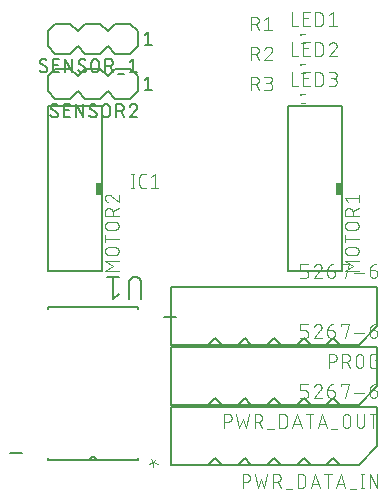
<source format=gbr>
G04 EAGLE Gerber X2 export*
%TF.Part,Single*%
%TF.FileFunction,Legend,Top,1*%
%TF.FilePolarity,Positive*%
%TF.GenerationSoftware,Autodesk,EAGLE,9.1.0*%
%TF.CreationDate,2018-11-25T22:57:03Z*%
G75*
%MOMM*%
%FSLAX34Y34*%
%LPD*%
%AMOC8*
5,1,8,0,0,1.08239X$1,22.5*%
G01*
%ADD10C,0.101600*%
%ADD11C,0.127000*%
%ADD12R,0.500000X1.000000*%
%ADD13C,0.152400*%
%ADD14C,0.076200*%
%ADD15C,0.203200*%
%ADD16R,0.250000X0.225000*%


D10*
X109756Y286192D02*
X109756Y274508D01*
X108458Y274508D02*
X111054Y274508D01*
X111054Y286192D02*
X108458Y286192D01*
X118218Y274508D02*
X120814Y274508D01*
X118218Y274508D02*
X118119Y274510D01*
X118019Y274516D01*
X117920Y274525D01*
X117822Y274538D01*
X117724Y274555D01*
X117626Y274576D01*
X117530Y274601D01*
X117435Y274629D01*
X117341Y274661D01*
X117248Y274696D01*
X117156Y274735D01*
X117066Y274778D01*
X116978Y274823D01*
X116891Y274873D01*
X116807Y274925D01*
X116724Y274981D01*
X116644Y275039D01*
X116566Y275101D01*
X116491Y275166D01*
X116418Y275234D01*
X116348Y275304D01*
X116280Y275377D01*
X116215Y275452D01*
X116153Y275530D01*
X116095Y275610D01*
X116039Y275693D01*
X115987Y275777D01*
X115937Y275864D01*
X115892Y275952D01*
X115849Y276042D01*
X115810Y276134D01*
X115775Y276227D01*
X115743Y276321D01*
X115715Y276416D01*
X115690Y276512D01*
X115669Y276610D01*
X115652Y276708D01*
X115639Y276806D01*
X115630Y276905D01*
X115624Y277005D01*
X115622Y277104D01*
X115621Y277104D02*
X115621Y283596D01*
X115622Y283596D02*
X115624Y283695D01*
X115630Y283795D01*
X115639Y283894D01*
X115652Y283992D01*
X115669Y284090D01*
X115690Y284188D01*
X115715Y284284D01*
X115743Y284379D01*
X115775Y284473D01*
X115810Y284566D01*
X115849Y284658D01*
X115892Y284748D01*
X115937Y284836D01*
X115987Y284923D01*
X116039Y285007D01*
X116095Y285090D01*
X116153Y285170D01*
X116215Y285248D01*
X116280Y285323D01*
X116348Y285396D01*
X116418Y285466D01*
X116491Y285534D01*
X116566Y285599D01*
X116644Y285661D01*
X116724Y285719D01*
X116807Y285775D01*
X116891Y285827D01*
X116978Y285877D01*
X117066Y285922D01*
X117156Y285965D01*
X117248Y286004D01*
X117340Y286039D01*
X117435Y286071D01*
X117530Y286099D01*
X117626Y286124D01*
X117724Y286145D01*
X117822Y286162D01*
X117920Y286175D01*
X118019Y286184D01*
X118119Y286190D01*
X118218Y286192D01*
X120814Y286192D01*
X125180Y283596D02*
X128425Y286192D01*
X128425Y274508D01*
X125180Y274508D02*
X131671Y274508D01*
D11*
X286700Y344000D02*
X286700Y204000D01*
X286700Y344000D02*
X241700Y344000D01*
X241700Y204000D02*
X286700Y204000D01*
X241700Y204000D02*
X241700Y344000D01*
D10*
X289508Y204508D02*
X301192Y204508D01*
X295999Y208403D02*
X289508Y204508D01*
X295999Y208403D02*
X289508Y212297D01*
X301192Y212297D01*
X297946Y217730D02*
X292754Y217730D01*
X292641Y217732D01*
X292528Y217738D01*
X292415Y217748D01*
X292302Y217762D01*
X292190Y217779D01*
X292079Y217801D01*
X291969Y217826D01*
X291859Y217856D01*
X291751Y217889D01*
X291644Y217926D01*
X291538Y217966D01*
X291434Y218011D01*
X291331Y218059D01*
X291230Y218110D01*
X291131Y218165D01*
X291034Y218223D01*
X290939Y218285D01*
X290846Y218350D01*
X290756Y218418D01*
X290668Y218489D01*
X290582Y218564D01*
X290499Y218641D01*
X290419Y218721D01*
X290342Y218804D01*
X290267Y218890D01*
X290196Y218978D01*
X290128Y219068D01*
X290063Y219161D01*
X290001Y219256D01*
X289943Y219353D01*
X289888Y219452D01*
X289837Y219553D01*
X289789Y219656D01*
X289744Y219760D01*
X289704Y219866D01*
X289667Y219973D01*
X289634Y220081D01*
X289604Y220191D01*
X289579Y220301D01*
X289557Y220412D01*
X289540Y220524D01*
X289526Y220637D01*
X289516Y220750D01*
X289510Y220863D01*
X289508Y220976D01*
X289510Y221089D01*
X289516Y221202D01*
X289526Y221315D01*
X289540Y221428D01*
X289557Y221540D01*
X289579Y221651D01*
X289604Y221761D01*
X289634Y221871D01*
X289667Y221979D01*
X289704Y222086D01*
X289744Y222192D01*
X289789Y222296D01*
X289837Y222399D01*
X289888Y222500D01*
X289943Y222599D01*
X290001Y222696D01*
X290063Y222791D01*
X290128Y222884D01*
X290196Y222974D01*
X290267Y223062D01*
X290342Y223148D01*
X290419Y223231D01*
X290499Y223311D01*
X290582Y223388D01*
X290668Y223463D01*
X290756Y223534D01*
X290846Y223602D01*
X290939Y223667D01*
X291034Y223729D01*
X291131Y223787D01*
X291230Y223842D01*
X291331Y223893D01*
X291434Y223941D01*
X291538Y223986D01*
X291644Y224026D01*
X291751Y224063D01*
X291859Y224096D01*
X291969Y224126D01*
X292079Y224151D01*
X292190Y224173D01*
X292302Y224190D01*
X292415Y224204D01*
X292528Y224214D01*
X292641Y224220D01*
X292754Y224222D01*
X292754Y224221D02*
X297946Y224221D01*
X297946Y224222D02*
X298059Y224220D01*
X298172Y224214D01*
X298285Y224204D01*
X298398Y224190D01*
X298510Y224173D01*
X298621Y224151D01*
X298731Y224126D01*
X298841Y224096D01*
X298949Y224063D01*
X299056Y224026D01*
X299162Y223986D01*
X299266Y223941D01*
X299369Y223893D01*
X299470Y223842D01*
X299569Y223787D01*
X299666Y223729D01*
X299761Y223667D01*
X299854Y223602D01*
X299944Y223534D01*
X300032Y223463D01*
X300118Y223388D01*
X300201Y223311D01*
X300281Y223231D01*
X300358Y223148D01*
X300433Y223062D01*
X300504Y222974D01*
X300572Y222884D01*
X300637Y222791D01*
X300699Y222696D01*
X300757Y222599D01*
X300812Y222500D01*
X300863Y222399D01*
X300911Y222296D01*
X300956Y222192D01*
X300996Y222086D01*
X301033Y221979D01*
X301066Y221871D01*
X301096Y221761D01*
X301121Y221651D01*
X301143Y221540D01*
X301160Y221428D01*
X301174Y221315D01*
X301184Y221202D01*
X301190Y221089D01*
X301192Y220976D01*
X301190Y220863D01*
X301184Y220750D01*
X301174Y220637D01*
X301160Y220524D01*
X301143Y220412D01*
X301121Y220301D01*
X301096Y220191D01*
X301066Y220081D01*
X301033Y219973D01*
X300996Y219866D01*
X300956Y219760D01*
X300911Y219656D01*
X300863Y219553D01*
X300812Y219452D01*
X300757Y219353D01*
X300699Y219256D01*
X300637Y219161D01*
X300572Y219068D01*
X300504Y218978D01*
X300433Y218890D01*
X300358Y218804D01*
X300281Y218721D01*
X300201Y218641D01*
X300118Y218564D01*
X300032Y218489D01*
X299944Y218418D01*
X299854Y218350D01*
X299761Y218285D01*
X299666Y218223D01*
X299569Y218165D01*
X299470Y218110D01*
X299369Y218059D01*
X299266Y218011D01*
X299162Y217966D01*
X299056Y217926D01*
X298949Y217889D01*
X298841Y217856D01*
X298731Y217826D01*
X298621Y217801D01*
X298510Y217779D01*
X298398Y217762D01*
X298285Y217748D01*
X298172Y217738D01*
X298059Y217732D01*
X297946Y217730D01*
X301192Y231644D02*
X289508Y231644D01*
X289508Y234889D02*
X289508Y228398D01*
X292754Y239066D02*
X297946Y239066D01*
X292754Y239066D02*
X292641Y239068D01*
X292528Y239074D01*
X292415Y239084D01*
X292302Y239098D01*
X292190Y239115D01*
X292079Y239137D01*
X291969Y239162D01*
X291859Y239192D01*
X291751Y239225D01*
X291644Y239262D01*
X291538Y239302D01*
X291434Y239347D01*
X291331Y239395D01*
X291230Y239446D01*
X291131Y239501D01*
X291034Y239559D01*
X290939Y239621D01*
X290846Y239686D01*
X290756Y239754D01*
X290668Y239825D01*
X290582Y239900D01*
X290499Y239977D01*
X290419Y240057D01*
X290342Y240140D01*
X290267Y240226D01*
X290196Y240314D01*
X290128Y240404D01*
X290063Y240497D01*
X290001Y240592D01*
X289943Y240689D01*
X289888Y240788D01*
X289837Y240889D01*
X289789Y240992D01*
X289744Y241096D01*
X289704Y241202D01*
X289667Y241309D01*
X289634Y241417D01*
X289604Y241527D01*
X289579Y241637D01*
X289557Y241748D01*
X289540Y241860D01*
X289526Y241973D01*
X289516Y242086D01*
X289510Y242199D01*
X289508Y242312D01*
X289510Y242425D01*
X289516Y242538D01*
X289526Y242651D01*
X289540Y242764D01*
X289557Y242876D01*
X289579Y242987D01*
X289604Y243097D01*
X289634Y243207D01*
X289667Y243315D01*
X289704Y243422D01*
X289744Y243528D01*
X289789Y243632D01*
X289837Y243735D01*
X289888Y243836D01*
X289943Y243935D01*
X290001Y244032D01*
X290063Y244127D01*
X290128Y244220D01*
X290196Y244310D01*
X290267Y244398D01*
X290342Y244484D01*
X290419Y244567D01*
X290499Y244647D01*
X290582Y244724D01*
X290668Y244799D01*
X290756Y244870D01*
X290846Y244938D01*
X290939Y245003D01*
X291034Y245065D01*
X291131Y245123D01*
X291230Y245178D01*
X291331Y245229D01*
X291434Y245277D01*
X291538Y245322D01*
X291644Y245362D01*
X291751Y245399D01*
X291859Y245432D01*
X291969Y245462D01*
X292079Y245487D01*
X292190Y245509D01*
X292302Y245526D01*
X292415Y245540D01*
X292528Y245550D01*
X292641Y245556D01*
X292754Y245558D01*
X292754Y245557D02*
X297946Y245557D01*
X297946Y245558D02*
X298059Y245556D01*
X298172Y245550D01*
X298285Y245540D01*
X298398Y245526D01*
X298510Y245509D01*
X298621Y245487D01*
X298731Y245462D01*
X298841Y245432D01*
X298949Y245399D01*
X299056Y245362D01*
X299162Y245322D01*
X299266Y245277D01*
X299369Y245229D01*
X299470Y245178D01*
X299569Y245123D01*
X299666Y245065D01*
X299761Y245003D01*
X299854Y244938D01*
X299944Y244870D01*
X300032Y244799D01*
X300118Y244724D01*
X300201Y244647D01*
X300281Y244567D01*
X300358Y244484D01*
X300433Y244398D01*
X300504Y244310D01*
X300572Y244220D01*
X300637Y244127D01*
X300699Y244032D01*
X300757Y243935D01*
X300812Y243836D01*
X300863Y243735D01*
X300911Y243632D01*
X300956Y243528D01*
X300996Y243422D01*
X301033Y243315D01*
X301066Y243207D01*
X301096Y243097D01*
X301121Y242987D01*
X301143Y242876D01*
X301160Y242764D01*
X301174Y242651D01*
X301184Y242538D01*
X301190Y242425D01*
X301192Y242312D01*
X301190Y242199D01*
X301184Y242086D01*
X301174Y241973D01*
X301160Y241860D01*
X301143Y241748D01*
X301121Y241637D01*
X301096Y241527D01*
X301066Y241417D01*
X301033Y241309D01*
X300996Y241202D01*
X300956Y241096D01*
X300911Y240992D01*
X300863Y240889D01*
X300812Y240788D01*
X300757Y240689D01*
X300699Y240592D01*
X300637Y240497D01*
X300572Y240404D01*
X300504Y240314D01*
X300433Y240226D01*
X300358Y240140D01*
X300281Y240057D01*
X300201Y239977D01*
X300118Y239900D01*
X300032Y239825D01*
X299944Y239754D01*
X299854Y239686D01*
X299761Y239621D01*
X299666Y239559D01*
X299569Y239501D01*
X299470Y239446D01*
X299369Y239395D01*
X299266Y239347D01*
X299162Y239302D01*
X299056Y239262D01*
X298949Y239225D01*
X298841Y239192D01*
X298731Y239162D01*
X298621Y239137D01*
X298510Y239115D01*
X298398Y239098D01*
X298285Y239084D01*
X298172Y239074D01*
X298059Y239068D01*
X297946Y239066D01*
X301192Y250951D02*
X289508Y250951D01*
X289508Y254196D01*
X289510Y254309D01*
X289516Y254422D01*
X289526Y254535D01*
X289540Y254648D01*
X289557Y254760D01*
X289579Y254871D01*
X289604Y254981D01*
X289634Y255091D01*
X289667Y255199D01*
X289704Y255306D01*
X289744Y255412D01*
X289789Y255516D01*
X289837Y255619D01*
X289888Y255720D01*
X289943Y255819D01*
X290001Y255916D01*
X290063Y256011D01*
X290128Y256104D01*
X290196Y256194D01*
X290267Y256282D01*
X290342Y256368D01*
X290419Y256451D01*
X290499Y256531D01*
X290582Y256608D01*
X290668Y256683D01*
X290756Y256754D01*
X290846Y256822D01*
X290939Y256887D01*
X291034Y256949D01*
X291131Y257007D01*
X291230Y257062D01*
X291331Y257113D01*
X291434Y257161D01*
X291538Y257206D01*
X291644Y257246D01*
X291751Y257283D01*
X291859Y257316D01*
X291969Y257346D01*
X292079Y257371D01*
X292190Y257393D01*
X292302Y257410D01*
X292415Y257424D01*
X292528Y257434D01*
X292641Y257440D01*
X292754Y257442D01*
X292867Y257440D01*
X292980Y257434D01*
X293093Y257424D01*
X293206Y257410D01*
X293318Y257393D01*
X293429Y257371D01*
X293539Y257346D01*
X293649Y257316D01*
X293757Y257283D01*
X293864Y257246D01*
X293970Y257206D01*
X294074Y257161D01*
X294177Y257113D01*
X294278Y257062D01*
X294377Y257007D01*
X294474Y256949D01*
X294569Y256887D01*
X294662Y256822D01*
X294752Y256754D01*
X294840Y256683D01*
X294926Y256608D01*
X295009Y256531D01*
X295089Y256451D01*
X295166Y256368D01*
X295241Y256282D01*
X295312Y256194D01*
X295380Y256104D01*
X295445Y256011D01*
X295507Y255916D01*
X295565Y255819D01*
X295620Y255720D01*
X295671Y255619D01*
X295719Y255516D01*
X295764Y255412D01*
X295804Y255306D01*
X295841Y255199D01*
X295874Y255091D01*
X295904Y254981D01*
X295929Y254871D01*
X295951Y254760D01*
X295968Y254648D01*
X295982Y254535D01*
X295992Y254422D01*
X295998Y254309D01*
X296000Y254196D01*
X295999Y254196D02*
X295999Y250951D01*
X295999Y254845D02*
X301192Y257442D01*
X292104Y262307D02*
X289508Y265553D01*
X301192Y265553D01*
X301192Y268798D02*
X301192Y262307D01*
D12*
X284200Y274000D03*
D11*
X83500Y204000D02*
X83500Y344000D01*
X38500Y344000D01*
X38500Y204000D02*
X83500Y204000D01*
X38500Y204000D02*
X38500Y344000D01*
D10*
X86308Y204508D02*
X97992Y204508D01*
X92799Y208403D02*
X86308Y204508D01*
X92799Y208403D02*
X86308Y212297D01*
X97992Y212297D01*
X94746Y217730D02*
X89554Y217730D01*
X89441Y217732D01*
X89328Y217738D01*
X89215Y217748D01*
X89102Y217762D01*
X88990Y217779D01*
X88879Y217801D01*
X88769Y217826D01*
X88659Y217856D01*
X88551Y217889D01*
X88444Y217926D01*
X88338Y217966D01*
X88234Y218011D01*
X88131Y218059D01*
X88030Y218110D01*
X87931Y218165D01*
X87834Y218223D01*
X87739Y218285D01*
X87646Y218350D01*
X87556Y218418D01*
X87468Y218489D01*
X87382Y218564D01*
X87299Y218641D01*
X87219Y218721D01*
X87142Y218804D01*
X87067Y218890D01*
X86996Y218978D01*
X86928Y219068D01*
X86863Y219161D01*
X86801Y219256D01*
X86743Y219353D01*
X86688Y219452D01*
X86637Y219553D01*
X86589Y219656D01*
X86544Y219760D01*
X86504Y219866D01*
X86467Y219973D01*
X86434Y220081D01*
X86404Y220191D01*
X86379Y220301D01*
X86357Y220412D01*
X86340Y220524D01*
X86326Y220637D01*
X86316Y220750D01*
X86310Y220863D01*
X86308Y220976D01*
X86310Y221089D01*
X86316Y221202D01*
X86326Y221315D01*
X86340Y221428D01*
X86357Y221540D01*
X86379Y221651D01*
X86404Y221761D01*
X86434Y221871D01*
X86467Y221979D01*
X86504Y222086D01*
X86544Y222192D01*
X86589Y222296D01*
X86637Y222399D01*
X86688Y222500D01*
X86743Y222599D01*
X86801Y222696D01*
X86863Y222791D01*
X86928Y222884D01*
X86996Y222974D01*
X87067Y223062D01*
X87142Y223148D01*
X87219Y223231D01*
X87299Y223311D01*
X87382Y223388D01*
X87468Y223463D01*
X87556Y223534D01*
X87646Y223602D01*
X87739Y223667D01*
X87834Y223729D01*
X87931Y223787D01*
X88030Y223842D01*
X88131Y223893D01*
X88234Y223941D01*
X88338Y223986D01*
X88444Y224026D01*
X88551Y224063D01*
X88659Y224096D01*
X88769Y224126D01*
X88879Y224151D01*
X88990Y224173D01*
X89102Y224190D01*
X89215Y224204D01*
X89328Y224214D01*
X89441Y224220D01*
X89554Y224222D01*
X89554Y224221D02*
X94746Y224221D01*
X94746Y224222D02*
X94859Y224220D01*
X94972Y224214D01*
X95085Y224204D01*
X95198Y224190D01*
X95310Y224173D01*
X95421Y224151D01*
X95531Y224126D01*
X95641Y224096D01*
X95749Y224063D01*
X95856Y224026D01*
X95962Y223986D01*
X96066Y223941D01*
X96169Y223893D01*
X96270Y223842D01*
X96369Y223787D01*
X96466Y223729D01*
X96561Y223667D01*
X96654Y223602D01*
X96744Y223534D01*
X96832Y223463D01*
X96918Y223388D01*
X97001Y223311D01*
X97081Y223231D01*
X97158Y223148D01*
X97233Y223062D01*
X97304Y222974D01*
X97372Y222884D01*
X97437Y222791D01*
X97499Y222696D01*
X97557Y222599D01*
X97612Y222500D01*
X97663Y222399D01*
X97711Y222296D01*
X97756Y222192D01*
X97796Y222086D01*
X97833Y221979D01*
X97866Y221871D01*
X97896Y221761D01*
X97921Y221651D01*
X97943Y221540D01*
X97960Y221428D01*
X97974Y221315D01*
X97984Y221202D01*
X97990Y221089D01*
X97992Y220976D01*
X97990Y220863D01*
X97984Y220750D01*
X97974Y220637D01*
X97960Y220524D01*
X97943Y220412D01*
X97921Y220301D01*
X97896Y220191D01*
X97866Y220081D01*
X97833Y219973D01*
X97796Y219866D01*
X97756Y219760D01*
X97711Y219656D01*
X97663Y219553D01*
X97612Y219452D01*
X97557Y219353D01*
X97499Y219256D01*
X97437Y219161D01*
X97372Y219068D01*
X97304Y218978D01*
X97233Y218890D01*
X97158Y218804D01*
X97081Y218721D01*
X97001Y218641D01*
X96918Y218564D01*
X96832Y218489D01*
X96744Y218418D01*
X96654Y218350D01*
X96561Y218285D01*
X96466Y218223D01*
X96369Y218165D01*
X96270Y218110D01*
X96169Y218059D01*
X96066Y218011D01*
X95962Y217966D01*
X95856Y217926D01*
X95749Y217889D01*
X95641Y217856D01*
X95531Y217826D01*
X95421Y217801D01*
X95310Y217779D01*
X95198Y217762D01*
X95085Y217748D01*
X94972Y217738D01*
X94859Y217732D01*
X94746Y217730D01*
X97992Y231644D02*
X86308Y231644D01*
X86308Y234889D02*
X86308Y228398D01*
X89554Y239066D02*
X94746Y239066D01*
X89554Y239066D02*
X89441Y239068D01*
X89328Y239074D01*
X89215Y239084D01*
X89102Y239098D01*
X88990Y239115D01*
X88879Y239137D01*
X88769Y239162D01*
X88659Y239192D01*
X88551Y239225D01*
X88444Y239262D01*
X88338Y239302D01*
X88234Y239347D01*
X88131Y239395D01*
X88030Y239446D01*
X87931Y239501D01*
X87834Y239559D01*
X87739Y239621D01*
X87646Y239686D01*
X87556Y239754D01*
X87468Y239825D01*
X87382Y239900D01*
X87299Y239977D01*
X87219Y240057D01*
X87142Y240140D01*
X87067Y240226D01*
X86996Y240314D01*
X86928Y240404D01*
X86863Y240497D01*
X86801Y240592D01*
X86743Y240689D01*
X86688Y240788D01*
X86637Y240889D01*
X86589Y240992D01*
X86544Y241096D01*
X86504Y241202D01*
X86467Y241309D01*
X86434Y241417D01*
X86404Y241527D01*
X86379Y241637D01*
X86357Y241748D01*
X86340Y241860D01*
X86326Y241973D01*
X86316Y242086D01*
X86310Y242199D01*
X86308Y242312D01*
X86310Y242425D01*
X86316Y242538D01*
X86326Y242651D01*
X86340Y242764D01*
X86357Y242876D01*
X86379Y242987D01*
X86404Y243097D01*
X86434Y243207D01*
X86467Y243315D01*
X86504Y243422D01*
X86544Y243528D01*
X86589Y243632D01*
X86637Y243735D01*
X86688Y243836D01*
X86743Y243935D01*
X86801Y244032D01*
X86863Y244127D01*
X86928Y244220D01*
X86996Y244310D01*
X87067Y244398D01*
X87142Y244484D01*
X87219Y244567D01*
X87299Y244647D01*
X87382Y244724D01*
X87468Y244799D01*
X87556Y244870D01*
X87646Y244938D01*
X87739Y245003D01*
X87834Y245065D01*
X87931Y245123D01*
X88030Y245178D01*
X88131Y245229D01*
X88234Y245277D01*
X88338Y245322D01*
X88444Y245362D01*
X88551Y245399D01*
X88659Y245432D01*
X88769Y245462D01*
X88879Y245487D01*
X88990Y245509D01*
X89102Y245526D01*
X89215Y245540D01*
X89328Y245550D01*
X89441Y245556D01*
X89554Y245558D01*
X89554Y245557D02*
X94746Y245557D01*
X94746Y245558D02*
X94859Y245556D01*
X94972Y245550D01*
X95085Y245540D01*
X95198Y245526D01*
X95310Y245509D01*
X95421Y245487D01*
X95531Y245462D01*
X95641Y245432D01*
X95749Y245399D01*
X95856Y245362D01*
X95962Y245322D01*
X96066Y245277D01*
X96169Y245229D01*
X96270Y245178D01*
X96369Y245123D01*
X96466Y245065D01*
X96561Y245003D01*
X96654Y244938D01*
X96744Y244870D01*
X96832Y244799D01*
X96918Y244724D01*
X97001Y244647D01*
X97081Y244567D01*
X97158Y244484D01*
X97233Y244398D01*
X97304Y244310D01*
X97372Y244220D01*
X97437Y244127D01*
X97499Y244032D01*
X97557Y243935D01*
X97612Y243836D01*
X97663Y243735D01*
X97711Y243632D01*
X97756Y243528D01*
X97796Y243422D01*
X97833Y243315D01*
X97866Y243207D01*
X97896Y243097D01*
X97921Y242987D01*
X97943Y242876D01*
X97960Y242764D01*
X97974Y242651D01*
X97984Y242538D01*
X97990Y242425D01*
X97992Y242312D01*
X97990Y242199D01*
X97984Y242086D01*
X97974Y241973D01*
X97960Y241860D01*
X97943Y241748D01*
X97921Y241637D01*
X97896Y241527D01*
X97866Y241417D01*
X97833Y241309D01*
X97796Y241202D01*
X97756Y241096D01*
X97711Y240992D01*
X97663Y240889D01*
X97612Y240788D01*
X97557Y240689D01*
X97499Y240592D01*
X97437Y240497D01*
X97372Y240404D01*
X97304Y240314D01*
X97233Y240226D01*
X97158Y240140D01*
X97081Y240057D01*
X97001Y239977D01*
X96918Y239900D01*
X96832Y239825D01*
X96744Y239754D01*
X96654Y239686D01*
X96561Y239621D01*
X96466Y239559D01*
X96369Y239501D01*
X96270Y239446D01*
X96169Y239395D01*
X96066Y239347D01*
X95962Y239302D01*
X95856Y239262D01*
X95749Y239225D01*
X95641Y239192D01*
X95531Y239162D01*
X95421Y239137D01*
X95310Y239115D01*
X95198Y239098D01*
X95085Y239084D01*
X94972Y239074D01*
X94859Y239068D01*
X94746Y239066D01*
X97992Y250951D02*
X86308Y250951D01*
X86308Y254196D01*
X86310Y254309D01*
X86316Y254422D01*
X86326Y254535D01*
X86340Y254648D01*
X86357Y254760D01*
X86379Y254871D01*
X86404Y254981D01*
X86434Y255091D01*
X86467Y255199D01*
X86504Y255306D01*
X86544Y255412D01*
X86589Y255516D01*
X86637Y255619D01*
X86688Y255720D01*
X86743Y255819D01*
X86801Y255916D01*
X86863Y256011D01*
X86928Y256104D01*
X86996Y256194D01*
X87067Y256282D01*
X87142Y256368D01*
X87219Y256451D01*
X87299Y256531D01*
X87382Y256608D01*
X87468Y256683D01*
X87556Y256754D01*
X87646Y256822D01*
X87739Y256887D01*
X87834Y256949D01*
X87931Y257007D01*
X88030Y257062D01*
X88131Y257113D01*
X88234Y257161D01*
X88338Y257206D01*
X88444Y257246D01*
X88551Y257283D01*
X88659Y257316D01*
X88769Y257346D01*
X88879Y257371D01*
X88990Y257393D01*
X89102Y257410D01*
X89215Y257424D01*
X89328Y257434D01*
X89441Y257440D01*
X89554Y257442D01*
X89667Y257440D01*
X89780Y257434D01*
X89893Y257424D01*
X90006Y257410D01*
X90118Y257393D01*
X90229Y257371D01*
X90339Y257346D01*
X90449Y257316D01*
X90557Y257283D01*
X90664Y257246D01*
X90770Y257206D01*
X90874Y257161D01*
X90977Y257113D01*
X91078Y257062D01*
X91177Y257007D01*
X91274Y256949D01*
X91369Y256887D01*
X91462Y256822D01*
X91552Y256754D01*
X91640Y256683D01*
X91726Y256608D01*
X91809Y256531D01*
X91889Y256451D01*
X91966Y256368D01*
X92041Y256282D01*
X92112Y256194D01*
X92180Y256104D01*
X92245Y256011D01*
X92307Y255916D01*
X92365Y255819D01*
X92420Y255720D01*
X92471Y255619D01*
X92519Y255516D01*
X92564Y255412D01*
X92604Y255306D01*
X92641Y255199D01*
X92674Y255091D01*
X92704Y254981D01*
X92729Y254871D01*
X92751Y254760D01*
X92768Y254648D01*
X92782Y254535D01*
X92792Y254422D01*
X92798Y254309D01*
X92800Y254196D01*
X92799Y254196D02*
X92799Y250951D01*
X92799Y254845D02*
X97992Y257442D01*
X89229Y268798D02*
X89122Y268796D01*
X89016Y268790D01*
X88910Y268780D01*
X88804Y268767D01*
X88698Y268749D01*
X88594Y268728D01*
X88490Y268703D01*
X88387Y268674D01*
X88286Y268642D01*
X88186Y268605D01*
X88087Y268565D01*
X87989Y268522D01*
X87893Y268475D01*
X87799Y268424D01*
X87707Y268370D01*
X87617Y268313D01*
X87529Y268253D01*
X87444Y268189D01*
X87361Y268122D01*
X87280Y268052D01*
X87202Y267980D01*
X87126Y267904D01*
X87054Y267826D01*
X86984Y267745D01*
X86917Y267662D01*
X86853Y267577D01*
X86793Y267489D01*
X86736Y267399D01*
X86682Y267307D01*
X86631Y267213D01*
X86584Y267117D01*
X86541Y267019D01*
X86501Y266920D01*
X86464Y266820D01*
X86432Y266719D01*
X86403Y266616D01*
X86378Y266512D01*
X86357Y266408D01*
X86339Y266302D01*
X86326Y266196D01*
X86316Y266090D01*
X86310Y265984D01*
X86308Y265877D01*
X86310Y265756D01*
X86316Y265635D01*
X86326Y265515D01*
X86339Y265394D01*
X86357Y265275D01*
X86378Y265155D01*
X86403Y265037D01*
X86432Y264920D01*
X86465Y264803D01*
X86501Y264688D01*
X86542Y264574D01*
X86585Y264461D01*
X86633Y264349D01*
X86684Y264240D01*
X86739Y264132D01*
X86797Y264025D01*
X86858Y263921D01*
X86923Y263819D01*
X86991Y263719D01*
X87062Y263621D01*
X87136Y263525D01*
X87213Y263432D01*
X87294Y263342D01*
X87377Y263254D01*
X87463Y263169D01*
X87552Y263086D01*
X87643Y263007D01*
X87737Y262930D01*
X87833Y262857D01*
X87931Y262787D01*
X88032Y262720D01*
X88135Y262656D01*
X88240Y262596D01*
X88347Y262538D01*
X88455Y262485D01*
X88565Y262435D01*
X88677Y262389D01*
X88790Y262346D01*
X88905Y262307D01*
X91501Y267824D02*
X91423Y267903D01*
X91343Y267979D01*
X91260Y268052D01*
X91174Y268122D01*
X91087Y268189D01*
X90996Y268253D01*
X90904Y268313D01*
X90810Y268371D01*
X90713Y268425D01*
X90615Y268475D01*
X90515Y268522D01*
X90414Y268566D01*
X90311Y268606D01*
X90206Y268642D01*
X90101Y268674D01*
X89994Y268703D01*
X89887Y268728D01*
X89778Y268750D01*
X89669Y268767D01*
X89560Y268781D01*
X89450Y268790D01*
X89339Y268796D01*
X89229Y268798D01*
X91501Y267824D02*
X97992Y262307D01*
X97992Y268798D01*
D12*
X81000Y274000D03*
D11*
X142600Y141700D02*
X301100Y141700D01*
X316600Y157700D02*
X316600Y190700D01*
X279600Y147200D02*
X284600Y142200D01*
X279600Y147200D02*
X274600Y142200D01*
X259600Y142200D02*
X254600Y147200D01*
X249600Y142200D01*
X234600Y142200D02*
X229600Y147200D01*
X224600Y142200D01*
X209600Y142200D02*
X204600Y147200D01*
X184600Y142200D02*
X179600Y147200D01*
X199600Y142200D02*
X204600Y147200D01*
X179600Y147200D02*
X174600Y142200D01*
X301100Y141700D02*
X316600Y157200D01*
X316600Y190700D02*
X142600Y190700D01*
X142600Y141700D01*
D10*
X275999Y133792D02*
X275999Y122108D01*
X275999Y133792D02*
X279245Y133792D01*
X279358Y133790D01*
X279471Y133784D01*
X279584Y133774D01*
X279697Y133760D01*
X279809Y133743D01*
X279920Y133721D01*
X280030Y133696D01*
X280140Y133666D01*
X280248Y133633D01*
X280355Y133596D01*
X280461Y133556D01*
X280565Y133511D01*
X280668Y133463D01*
X280769Y133412D01*
X280868Y133357D01*
X280965Y133299D01*
X281060Y133237D01*
X281153Y133172D01*
X281243Y133104D01*
X281331Y133033D01*
X281417Y132958D01*
X281500Y132881D01*
X281580Y132801D01*
X281657Y132718D01*
X281732Y132632D01*
X281803Y132544D01*
X281871Y132454D01*
X281936Y132361D01*
X281998Y132266D01*
X282056Y132169D01*
X282111Y132070D01*
X282162Y131969D01*
X282210Y131866D01*
X282255Y131762D01*
X282295Y131656D01*
X282332Y131549D01*
X282365Y131441D01*
X282395Y131331D01*
X282420Y131221D01*
X282442Y131110D01*
X282459Y130998D01*
X282473Y130885D01*
X282483Y130772D01*
X282489Y130659D01*
X282491Y130546D01*
X282489Y130433D01*
X282483Y130320D01*
X282473Y130207D01*
X282459Y130094D01*
X282442Y129982D01*
X282420Y129871D01*
X282395Y129761D01*
X282365Y129651D01*
X282332Y129543D01*
X282295Y129436D01*
X282255Y129330D01*
X282210Y129226D01*
X282162Y129123D01*
X282111Y129022D01*
X282056Y128923D01*
X281998Y128826D01*
X281936Y128731D01*
X281871Y128638D01*
X281803Y128548D01*
X281732Y128460D01*
X281657Y128374D01*
X281580Y128291D01*
X281500Y128211D01*
X281417Y128134D01*
X281331Y128059D01*
X281243Y127988D01*
X281153Y127920D01*
X281060Y127855D01*
X280965Y127793D01*
X280868Y127735D01*
X280769Y127680D01*
X280668Y127629D01*
X280565Y127581D01*
X280461Y127536D01*
X280355Y127496D01*
X280248Y127459D01*
X280140Y127426D01*
X280030Y127396D01*
X279920Y127371D01*
X279809Y127349D01*
X279697Y127332D01*
X279584Y127318D01*
X279471Y127308D01*
X279358Y127302D01*
X279245Y127300D01*
X279245Y127301D02*
X275999Y127301D01*
X287334Y122108D02*
X287334Y133792D01*
X290579Y133792D01*
X290692Y133790D01*
X290805Y133784D01*
X290918Y133774D01*
X291031Y133760D01*
X291143Y133743D01*
X291254Y133721D01*
X291364Y133696D01*
X291474Y133666D01*
X291582Y133633D01*
X291689Y133596D01*
X291795Y133556D01*
X291899Y133511D01*
X292002Y133463D01*
X292103Y133412D01*
X292202Y133357D01*
X292299Y133299D01*
X292394Y133237D01*
X292487Y133172D01*
X292577Y133104D01*
X292665Y133033D01*
X292751Y132958D01*
X292834Y132881D01*
X292914Y132801D01*
X292991Y132718D01*
X293066Y132632D01*
X293137Y132544D01*
X293205Y132454D01*
X293270Y132361D01*
X293332Y132266D01*
X293390Y132169D01*
X293445Y132070D01*
X293496Y131969D01*
X293544Y131866D01*
X293589Y131762D01*
X293629Y131656D01*
X293666Y131549D01*
X293699Y131441D01*
X293729Y131331D01*
X293754Y131221D01*
X293776Y131110D01*
X293793Y130998D01*
X293807Y130885D01*
X293817Y130772D01*
X293823Y130659D01*
X293825Y130546D01*
X293823Y130433D01*
X293817Y130320D01*
X293807Y130207D01*
X293793Y130094D01*
X293776Y129982D01*
X293754Y129871D01*
X293729Y129761D01*
X293699Y129651D01*
X293666Y129543D01*
X293629Y129436D01*
X293589Y129330D01*
X293544Y129226D01*
X293496Y129123D01*
X293445Y129022D01*
X293390Y128923D01*
X293332Y128826D01*
X293270Y128731D01*
X293205Y128638D01*
X293137Y128548D01*
X293066Y128460D01*
X292991Y128374D01*
X292914Y128291D01*
X292834Y128211D01*
X292751Y128134D01*
X292665Y128059D01*
X292577Y127988D01*
X292487Y127920D01*
X292394Y127855D01*
X292299Y127793D01*
X292202Y127735D01*
X292103Y127680D01*
X292002Y127629D01*
X291899Y127581D01*
X291795Y127536D01*
X291689Y127496D01*
X291582Y127459D01*
X291474Y127426D01*
X291364Y127396D01*
X291254Y127371D01*
X291143Y127349D01*
X291031Y127332D01*
X290918Y127318D01*
X290805Y127308D01*
X290692Y127302D01*
X290579Y127300D01*
X290579Y127301D02*
X287334Y127301D01*
X291228Y127301D02*
X293825Y122108D01*
X298690Y125354D02*
X298690Y130546D01*
X298689Y130546D02*
X298691Y130659D01*
X298697Y130772D01*
X298707Y130885D01*
X298721Y130998D01*
X298738Y131110D01*
X298760Y131221D01*
X298785Y131331D01*
X298815Y131441D01*
X298848Y131549D01*
X298885Y131656D01*
X298925Y131762D01*
X298970Y131866D01*
X299018Y131969D01*
X299069Y132070D01*
X299124Y132169D01*
X299182Y132266D01*
X299244Y132361D01*
X299309Y132454D01*
X299377Y132544D01*
X299448Y132632D01*
X299523Y132718D01*
X299600Y132801D01*
X299680Y132881D01*
X299763Y132958D01*
X299849Y133033D01*
X299937Y133104D01*
X300027Y133172D01*
X300120Y133237D01*
X300215Y133299D01*
X300312Y133357D01*
X300411Y133412D01*
X300512Y133463D01*
X300615Y133511D01*
X300719Y133556D01*
X300825Y133596D01*
X300932Y133633D01*
X301040Y133666D01*
X301150Y133696D01*
X301260Y133721D01*
X301371Y133743D01*
X301483Y133760D01*
X301596Y133774D01*
X301709Y133784D01*
X301822Y133790D01*
X301935Y133792D01*
X302048Y133790D01*
X302161Y133784D01*
X302274Y133774D01*
X302387Y133760D01*
X302499Y133743D01*
X302610Y133721D01*
X302720Y133696D01*
X302830Y133666D01*
X302938Y133633D01*
X303045Y133596D01*
X303151Y133556D01*
X303255Y133511D01*
X303358Y133463D01*
X303459Y133412D01*
X303558Y133357D01*
X303655Y133299D01*
X303750Y133237D01*
X303843Y133172D01*
X303933Y133104D01*
X304021Y133033D01*
X304107Y132958D01*
X304190Y132881D01*
X304270Y132801D01*
X304347Y132718D01*
X304422Y132632D01*
X304493Y132544D01*
X304561Y132454D01*
X304626Y132361D01*
X304688Y132266D01*
X304746Y132169D01*
X304801Y132070D01*
X304852Y131969D01*
X304900Y131866D01*
X304945Y131762D01*
X304985Y131656D01*
X305022Y131549D01*
X305055Y131441D01*
X305085Y131331D01*
X305110Y131221D01*
X305132Y131110D01*
X305149Y130998D01*
X305163Y130885D01*
X305173Y130772D01*
X305179Y130659D01*
X305181Y130546D01*
X305181Y125354D01*
X305179Y125241D01*
X305173Y125128D01*
X305163Y125015D01*
X305149Y124902D01*
X305132Y124790D01*
X305110Y124679D01*
X305085Y124569D01*
X305055Y124459D01*
X305022Y124351D01*
X304985Y124244D01*
X304945Y124138D01*
X304900Y124034D01*
X304852Y123931D01*
X304801Y123830D01*
X304746Y123731D01*
X304688Y123634D01*
X304626Y123539D01*
X304561Y123446D01*
X304493Y123356D01*
X304422Y123268D01*
X304347Y123182D01*
X304270Y123099D01*
X304190Y123019D01*
X304107Y122942D01*
X304021Y122867D01*
X303933Y122796D01*
X303843Y122728D01*
X303750Y122663D01*
X303655Y122601D01*
X303558Y122543D01*
X303459Y122488D01*
X303358Y122437D01*
X303255Y122389D01*
X303151Y122344D01*
X303045Y122304D01*
X302938Y122267D01*
X302830Y122234D01*
X302720Y122204D01*
X302610Y122179D01*
X302499Y122157D01*
X302387Y122140D01*
X302274Y122126D01*
X302161Y122116D01*
X302048Y122110D01*
X301935Y122108D01*
X301822Y122110D01*
X301709Y122116D01*
X301596Y122126D01*
X301483Y122140D01*
X301371Y122157D01*
X301260Y122179D01*
X301150Y122204D01*
X301040Y122234D01*
X300932Y122267D01*
X300825Y122304D01*
X300719Y122344D01*
X300615Y122389D01*
X300512Y122437D01*
X300411Y122488D01*
X300312Y122543D01*
X300215Y122601D01*
X300120Y122663D01*
X300027Y122728D01*
X299937Y122796D01*
X299849Y122867D01*
X299763Y122942D01*
X299680Y123019D01*
X299600Y123099D01*
X299523Y123182D01*
X299448Y123268D01*
X299377Y123356D01*
X299309Y123446D01*
X299244Y123539D01*
X299182Y123634D01*
X299124Y123731D01*
X299069Y123830D01*
X299018Y123931D01*
X298970Y124034D01*
X298925Y124138D01*
X298885Y124244D01*
X298848Y124351D01*
X298815Y124459D01*
X298785Y124569D01*
X298760Y124679D01*
X298738Y124790D01*
X298721Y124902D01*
X298707Y125015D01*
X298697Y125128D01*
X298691Y125241D01*
X298689Y125354D01*
X315045Y128599D02*
X316992Y128599D01*
X316992Y122108D01*
X313097Y122108D01*
X312998Y122110D01*
X312898Y122116D01*
X312799Y122125D01*
X312701Y122138D01*
X312603Y122155D01*
X312505Y122176D01*
X312409Y122201D01*
X312314Y122229D01*
X312220Y122261D01*
X312127Y122296D01*
X312035Y122335D01*
X311945Y122378D01*
X311857Y122423D01*
X311770Y122473D01*
X311686Y122525D01*
X311603Y122581D01*
X311523Y122639D01*
X311445Y122701D01*
X311370Y122766D01*
X311297Y122834D01*
X311227Y122904D01*
X311159Y122977D01*
X311094Y123052D01*
X311032Y123130D01*
X310974Y123210D01*
X310918Y123293D01*
X310866Y123377D01*
X310816Y123464D01*
X310771Y123552D01*
X310728Y123642D01*
X310689Y123734D01*
X310654Y123827D01*
X310622Y123921D01*
X310594Y124016D01*
X310569Y124112D01*
X310548Y124210D01*
X310531Y124308D01*
X310518Y124406D01*
X310509Y124505D01*
X310503Y124605D01*
X310501Y124704D01*
X310501Y131196D01*
X310503Y131295D01*
X310509Y131395D01*
X310518Y131494D01*
X310531Y131592D01*
X310548Y131690D01*
X310569Y131788D01*
X310594Y131884D01*
X310622Y131979D01*
X310654Y132073D01*
X310689Y132166D01*
X310728Y132258D01*
X310771Y132348D01*
X310816Y132436D01*
X310866Y132523D01*
X310918Y132607D01*
X310974Y132690D01*
X311032Y132770D01*
X311094Y132848D01*
X311159Y132923D01*
X311227Y132996D01*
X311297Y133066D01*
X311370Y133134D01*
X311445Y133199D01*
X311523Y133261D01*
X311603Y133319D01*
X311686Y133375D01*
X311770Y133427D01*
X311857Y133477D01*
X311945Y133522D01*
X312035Y133565D01*
X312127Y133604D01*
X312219Y133639D01*
X312314Y133671D01*
X312409Y133699D01*
X312505Y133724D01*
X312603Y133745D01*
X312701Y133762D01*
X312799Y133775D01*
X312898Y133784D01*
X312998Y133790D01*
X313097Y133792D01*
X316992Y133792D01*
X255722Y198308D02*
X251827Y198308D01*
X255722Y198308D02*
X255821Y198310D01*
X255921Y198316D01*
X256020Y198325D01*
X256118Y198338D01*
X256216Y198355D01*
X256314Y198376D01*
X256410Y198401D01*
X256505Y198429D01*
X256599Y198461D01*
X256692Y198496D01*
X256784Y198535D01*
X256874Y198578D01*
X256962Y198623D01*
X257049Y198673D01*
X257133Y198725D01*
X257216Y198781D01*
X257296Y198839D01*
X257374Y198901D01*
X257449Y198966D01*
X257522Y199034D01*
X257592Y199104D01*
X257660Y199177D01*
X257725Y199252D01*
X257787Y199330D01*
X257845Y199410D01*
X257901Y199493D01*
X257953Y199577D01*
X258003Y199664D01*
X258048Y199752D01*
X258091Y199842D01*
X258130Y199934D01*
X258165Y200027D01*
X258197Y200121D01*
X258225Y200216D01*
X258250Y200312D01*
X258271Y200410D01*
X258288Y200508D01*
X258301Y200606D01*
X258310Y200705D01*
X258316Y200805D01*
X258318Y200904D01*
X258318Y202203D01*
X258316Y202302D01*
X258310Y202402D01*
X258301Y202501D01*
X258288Y202599D01*
X258271Y202697D01*
X258250Y202795D01*
X258225Y202891D01*
X258197Y202986D01*
X258165Y203080D01*
X258130Y203173D01*
X258091Y203265D01*
X258048Y203355D01*
X258003Y203443D01*
X257953Y203530D01*
X257901Y203614D01*
X257845Y203697D01*
X257787Y203777D01*
X257725Y203855D01*
X257660Y203930D01*
X257592Y204003D01*
X257522Y204073D01*
X257449Y204141D01*
X257374Y204206D01*
X257296Y204268D01*
X257216Y204326D01*
X257133Y204382D01*
X257049Y204434D01*
X256962Y204484D01*
X256874Y204529D01*
X256784Y204572D01*
X256692Y204611D01*
X256599Y204646D01*
X256505Y204678D01*
X256410Y204706D01*
X256314Y204731D01*
X256216Y204752D01*
X256118Y204769D01*
X256020Y204782D01*
X255921Y204791D01*
X255821Y204797D01*
X255722Y204799D01*
X251827Y204799D01*
X251827Y209992D01*
X258318Y209992D01*
X266827Y209992D02*
X266934Y209990D01*
X267040Y209984D01*
X267146Y209974D01*
X267252Y209961D01*
X267358Y209943D01*
X267462Y209922D01*
X267566Y209897D01*
X267669Y209868D01*
X267770Y209836D01*
X267870Y209799D01*
X267969Y209759D01*
X268067Y209716D01*
X268163Y209669D01*
X268257Y209618D01*
X268349Y209564D01*
X268439Y209507D01*
X268527Y209447D01*
X268612Y209383D01*
X268695Y209316D01*
X268776Y209246D01*
X268854Y209174D01*
X268930Y209098D01*
X269002Y209020D01*
X269072Y208939D01*
X269139Y208856D01*
X269203Y208771D01*
X269263Y208683D01*
X269320Y208593D01*
X269374Y208501D01*
X269425Y208407D01*
X269472Y208311D01*
X269515Y208213D01*
X269555Y208114D01*
X269592Y208014D01*
X269624Y207913D01*
X269653Y207810D01*
X269678Y207706D01*
X269699Y207602D01*
X269717Y207496D01*
X269730Y207390D01*
X269740Y207284D01*
X269746Y207178D01*
X269748Y207071D01*
X266827Y209992D02*
X266706Y209990D01*
X266585Y209984D01*
X266465Y209974D01*
X266344Y209961D01*
X266225Y209943D01*
X266105Y209922D01*
X265987Y209897D01*
X265870Y209868D01*
X265753Y209835D01*
X265638Y209799D01*
X265524Y209758D01*
X265411Y209715D01*
X265299Y209667D01*
X265190Y209616D01*
X265082Y209561D01*
X264975Y209503D01*
X264871Y209442D01*
X264769Y209377D01*
X264669Y209309D01*
X264571Y209238D01*
X264475Y209164D01*
X264382Y209087D01*
X264292Y209006D01*
X264204Y208923D01*
X264119Y208837D01*
X264036Y208748D01*
X263957Y208657D01*
X263880Y208563D01*
X263807Y208467D01*
X263737Y208369D01*
X263670Y208268D01*
X263606Y208165D01*
X263546Y208060D01*
X263489Y207953D01*
X263435Y207845D01*
X263385Y207735D01*
X263339Y207623D01*
X263296Y207510D01*
X263257Y207395D01*
X268775Y204799D02*
X268854Y204876D01*
X268930Y204957D01*
X269003Y205040D01*
X269073Y205125D01*
X269140Y205213D01*
X269204Y205303D01*
X269264Y205395D01*
X269321Y205490D01*
X269375Y205586D01*
X269426Y205684D01*
X269473Y205784D01*
X269517Y205886D01*
X269557Y205989D01*
X269593Y206093D01*
X269625Y206199D01*
X269654Y206305D01*
X269679Y206413D01*
X269701Y206521D01*
X269718Y206631D01*
X269732Y206740D01*
X269741Y206850D01*
X269747Y206961D01*
X269749Y207071D01*
X268774Y204799D02*
X263257Y198308D01*
X269748Y198308D01*
X274687Y204799D02*
X278582Y204799D01*
X278681Y204797D01*
X278781Y204791D01*
X278880Y204782D01*
X278978Y204769D01*
X279076Y204752D01*
X279174Y204731D01*
X279270Y204706D01*
X279365Y204678D01*
X279459Y204646D01*
X279552Y204611D01*
X279644Y204572D01*
X279734Y204529D01*
X279822Y204484D01*
X279909Y204434D01*
X279993Y204382D01*
X280076Y204326D01*
X280156Y204268D01*
X280234Y204206D01*
X280309Y204141D01*
X280382Y204073D01*
X280452Y204003D01*
X280520Y203930D01*
X280585Y203855D01*
X280647Y203777D01*
X280705Y203697D01*
X280761Y203614D01*
X280813Y203530D01*
X280863Y203443D01*
X280908Y203355D01*
X280951Y203265D01*
X280990Y203173D01*
X281025Y203080D01*
X281057Y202986D01*
X281085Y202891D01*
X281110Y202795D01*
X281131Y202697D01*
X281148Y202599D01*
X281161Y202501D01*
X281170Y202402D01*
X281176Y202302D01*
X281178Y202203D01*
X281178Y201554D01*
X281179Y201554D02*
X281177Y201441D01*
X281171Y201328D01*
X281161Y201215D01*
X281147Y201102D01*
X281130Y200990D01*
X281108Y200879D01*
X281083Y200769D01*
X281053Y200659D01*
X281020Y200551D01*
X280983Y200444D01*
X280943Y200338D01*
X280898Y200234D01*
X280850Y200131D01*
X280799Y200030D01*
X280744Y199931D01*
X280686Y199834D01*
X280624Y199739D01*
X280559Y199646D01*
X280491Y199556D01*
X280420Y199468D01*
X280345Y199382D01*
X280268Y199299D01*
X280188Y199219D01*
X280105Y199142D01*
X280019Y199067D01*
X279931Y198996D01*
X279841Y198928D01*
X279748Y198863D01*
X279653Y198801D01*
X279556Y198743D01*
X279457Y198688D01*
X279356Y198637D01*
X279253Y198589D01*
X279149Y198544D01*
X279043Y198504D01*
X278936Y198467D01*
X278828Y198434D01*
X278718Y198404D01*
X278608Y198379D01*
X278497Y198357D01*
X278385Y198340D01*
X278272Y198326D01*
X278159Y198316D01*
X278046Y198310D01*
X277933Y198308D01*
X277820Y198310D01*
X277707Y198316D01*
X277594Y198326D01*
X277481Y198340D01*
X277369Y198357D01*
X277258Y198379D01*
X277148Y198404D01*
X277038Y198434D01*
X276930Y198467D01*
X276823Y198504D01*
X276717Y198544D01*
X276613Y198589D01*
X276510Y198637D01*
X276409Y198688D01*
X276310Y198743D01*
X276213Y198801D01*
X276118Y198863D01*
X276025Y198928D01*
X275935Y198996D01*
X275847Y199067D01*
X275761Y199142D01*
X275678Y199219D01*
X275598Y199299D01*
X275521Y199382D01*
X275446Y199468D01*
X275375Y199556D01*
X275307Y199646D01*
X275242Y199739D01*
X275180Y199834D01*
X275122Y199931D01*
X275067Y200030D01*
X275016Y200131D01*
X274968Y200234D01*
X274923Y200338D01*
X274883Y200444D01*
X274846Y200551D01*
X274813Y200659D01*
X274783Y200769D01*
X274758Y200879D01*
X274736Y200990D01*
X274719Y201102D01*
X274705Y201215D01*
X274695Y201328D01*
X274689Y201441D01*
X274687Y201554D01*
X274687Y204799D01*
X274689Y204942D01*
X274695Y205085D01*
X274705Y205228D01*
X274719Y205370D01*
X274736Y205512D01*
X274758Y205654D01*
X274783Y205795D01*
X274813Y205935D01*
X274846Y206074D01*
X274883Y206212D01*
X274924Y206349D01*
X274968Y206485D01*
X275017Y206620D01*
X275069Y206753D01*
X275124Y206885D01*
X275184Y207015D01*
X275247Y207144D01*
X275313Y207271D01*
X275383Y207395D01*
X275456Y207518D01*
X275533Y207639D01*
X275613Y207758D01*
X275696Y207874D01*
X275782Y207989D01*
X275871Y208100D01*
X275964Y208210D01*
X276059Y208316D01*
X276158Y208420D01*
X276259Y208521D01*
X276363Y208620D01*
X276469Y208715D01*
X276579Y208808D01*
X276690Y208897D01*
X276805Y208983D01*
X276921Y209066D01*
X277040Y209146D01*
X277161Y209223D01*
X277283Y209296D01*
X277408Y209366D01*
X277535Y209432D01*
X277664Y209495D01*
X277794Y209555D01*
X277926Y209610D01*
X278059Y209662D01*
X278194Y209711D01*
X278330Y209755D01*
X278467Y209796D01*
X278605Y209833D01*
X278744Y209866D01*
X278884Y209896D01*
X279025Y209921D01*
X279167Y209943D01*
X279309Y209960D01*
X279451Y209974D01*
X279594Y209984D01*
X279737Y209990D01*
X279880Y209992D01*
X286117Y209992D02*
X286117Y208694D01*
X286117Y209992D02*
X292608Y209992D01*
X289362Y198308D01*
X297660Y202852D02*
X305449Y202852D01*
X310501Y204799D02*
X314396Y204799D01*
X314495Y204797D01*
X314595Y204791D01*
X314694Y204782D01*
X314792Y204769D01*
X314890Y204752D01*
X314988Y204731D01*
X315084Y204706D01*
X315179Y204678D01*
X315273Y204646D01*
X315366Y204611D01*
X315458Y204572D01*
X315548Y204529D01*
X315636Y204484D01*
X315723Y204434D01*
X315807Y204382D01*
X315890Y204326D01*
X315970Y204268D01*
X316048Y204206D01*
X316123Y204141D01*
X316196Y204073D01*
X316266Y204003D01*
X316334Y203930D01*
X316399Y203855D01*
X316461Y203777D01*
X316519Y203697D01*
X316575Y203614D01*
X316627Y203530D01*
X316677Y203443D01*
X316722Y203355D01*
X316765Y203265D01*
X316804Y203173D01*
X316839Y203080D01*
X316871Y202986D01*
X316899Y202891D01*
X316924Y202795D01*
X316945Y202697D01*
X316962Y202599D01*
X316975Y202501D01*
X316984Y202402D01*
X316990Y202302D01*
X316992Y202203D01*
X316992Y201554D01*
X316990Y201441D01*
X316984Y201328D01*
X316974Y201215D01*
X316960Y201102D01*
X316943Y200990D01*
X316921Y200879D01*
X316896Y200769D01*
X316866Y200659D01*
X316833Y200551D01*
X316796Y200444D01*
X316756Y200338D01*
X316711Y200234D01*
X316663Y200131D01*
X316612Y200030D01*
X316557Y199931D01*
X316499Y199834D01*
X316437Y199739D01*
X316372Y199646D01*
X316304Y199556D01*
X316233Y199468D01*
X316158Y199382D01*
X316081Y199299D01*
X316001Y199219D01*
X315918Y199142D01*
X315832Y199067D01*
X315744Y198996D01*
X315654Y198928D01*
X315561Y198863D01*
X315466Y198801D01*
X315369Y198743D01*
X315270Y198688D01*
X315169Y198637D01*
X315066Y198589D01*
X314962Y198544D01*
X314856Y198504D01*
X314749Y198467D01*
X314641Y198434D01*
X314531Y198404D01*
X314421Y198379D01*
X314310Y198357D01*
X314198Y198340D01*
X314085Y198326D01*
X313972Y198316D01*
X313859Y198310D01*
X313746Y198308D01*
X313633Y198310D01*
X313520Y198316D01*
X313407Y198326D01*
X313294Y198340D01*
X313182Y198357D01*
X313071Y198379D01*
X312961Y198404D01*
X312851Y198434D01*
X312743Y198467D01*
X312636Y198504D01*
X312530Y198544D01*
X312426Y198589D01*
X312323Y198637D01*
X312222Y198688D01*
X312123Y198743D01*
X312026Y198801D01*
X311931Y198863D01*
X311838Y198928D01*
X311748Y198996D01*
X311660Y199067D01*
X311574Y199142D01*
X311491Y199219D01*
X311411Y199299D01*
X311334Y199382D01*
X311259Y199468D01*
X311188Y199556D01*
X311120Y199646D01*
X311055Y199739D01*
X310993Y199834D01*
X310935Y199931D01*
X310880Y200030D01*
X310829Y200131D01*
X310781Y200234D01*
X310736Y200338D01*
X310696Y200444D01*
X310659Y200551D01*
X310626Y200659D01*
X310596Y200769D01*
X310571Y200879D01*
X310549Y200990D01*
X310532Y201102D01*
X310518Y201215D01*
X310508Y201328D01*
X310502Y201441D01*
X310500Y201554D01*
X310501Y201554D02*
X310501Y204799D01*
X310503Y204942D01*
X310509Y205085D01*
X310519Y205228D01*
X310533Y205370D01*
X310550Y205512D01*
X310572Y205654D01*
X310597Y205795D01*
X310627Y205935D01*
X310660Y206074D01*
X310697Y206212D01*
X310738Y206349D01*
X310782Y206485D01*
X310831Y206620D01*
X310883Y206753D01*
X310938Y206885D01*
X310998Y207015D01*
X311061Y207144D01*
X311127Y207271D01*
X311197Y207395D01*
X311270Y207518D01*
X311347Y207639D01*
X311427Y207758D01*
X311510Y207874D01*
X311596Y207989D01*
X311685Y208100D01*
X311778Y208210D01*
X311873Y208316D01*
X311972Y208420D01*
X312073Y208521D01*
X312177Y208620D01*
X312283Y208715D01*
X312393Y208808D01*
X312504Y208897D01*
X312619Y208983D01*
X312735Y209066D01*
X312854Y209146D01*
X312975Y209223D01*
X313097Y209296D01*
X313222Y209366D01*
X313349Y209432D01*
X313478Y209495D01*
X313608Y209555D01*
X313740Y209610D01*
X313873Y209662D01*
X314008Y209711D01*
X314144Y209755D01*
X314281Y209796D01*
X314419Y209833D01*
X314558Y209866D01*
X314698Y209896D01*
X314839Y209921D01*
X314981Y209943D01*
X315123Y209960D01*
X315265Y209974D01*
X315408Y209984D01*
X315551Y209990D01*
X315694Y209992D01*
D11*
X301100Y40100D02*
X142600Y40100D01*
X316600Y56100D02*
X316600Y89100D01*
X279600Y45600D02*
X284600Y40600D01*
X279600Y45600D02*
X274600Y40600D01*
X259600Y40600D02*
X254600Y45600D01*
X249600Y40600D01*
X234600Y40600D02*
X229600Y45600D01*
X224600Y40600D01*
X209600Y40600D02*
X204600Y45600D01*
X184600Y40600D02*
X179600Y45600D01*
X199600Y40600D02*
X204600Y45600D01*
X179600Y45600D02*
X174600Y40600D01*
X301100Y40100D02*
X316600Y55600D01*
X316600Y89100D02*
X142600Y89100D01*
X142600Y40100D01*
D10*
X202847Y32192D02*
X202847Y20508D01*
X202847Y32192D02*
X206093Y32192D01*
X206206Y32190D01*
X206319Y32184D01*
X206432Y32174D01*
X206545Y32160D01*
X206657Y32143D01*
X206768Y32121D01*
X206878Y32096D01*
X206988Y32066D01*
X207096Y32033D01*
X207203Y31996D01*
X207309Y31956D01*
X207413Y31911D01*
X207516Y31863D01*
X207617Y31812D01*
X207716Y31757D01*
X207813Y31699D01*
X207908Y31637D01*
X208001Y31572D01*
X208091Y31504D01*
X208179Y31433D01*
X208265Y31358D01*
X208348Y31281D01*
X208428Y31201D01*
X208505Y31118D01*
X208580Y31032D01*
X208651Y30944D01*
X208719Y30854D01*
X208784Y30761D01*
X208846Y30666D01*
X208904Y30569D01*
X208959Y30470D01*
X209010Y30369D01*
X209058Y30266D01*
X209103Y30162D01*
X209143Y30056D01*
X209180Y29949D01*
X209213Y29841D01*
X209243Y29731D01*
X209268Y29621D01*
X209290Y29510D01*
X209307Y29398D01*
X209321Y29285D01*
X209331Y29172D01*
X209337Y29059D01*
X209339Y28946D01*
X209337Y28833D01*
X209331Y28720D01*
X209321Y28607D01*
X209307Y28494D01*
X209290Y28382D01*
X209268Y28271D01*
X209243Y28161D01*
X209213Y28051D01*
X209180Y27943D01*
X209143Y27836D01*
X209103Y27730D01*
X209058Y27626D01*
X209010Y27523D01*
X208959Y27422D01*
X208904Y27323D01*
X208846Y27226D01*
X208784Y27131D01*
X208719Y27038D01*
X208651Y26948D01*
X208580Y26860D01*
X208505Y26774D01*
X208428Y26691D01*
X208348Y26611D01*
X208265Y26534D01*
X208179Y26459D01*
X208091Y26388D01*
X208001Y26320D01*
X207908Y26255D01*
X207813Y26193D01*
X207716Y26135D01*
X207617Y26080D01*
X207516Y26029D01*
X207413Y25981D01*
X207309Y25936D01*
X207203Y25896D01*
X207096Y25859D01*
X206988Y25826D01*
X206878Y25796D01*
X206768Y25771D01*
X206657Y25749D01*
X206545Y25732D01*
X206432Y25718D01*
X206319Y25708D01*
X206206Y25702D01*
X206093Y25700D01*
X206093Y25701D02*
X202847Y25701D01*
X213304Y32192D02*
X215900Y20508D01*
X218497Y28297D01*
X221093Y20508D01*
X223689Y32192D01*
X228660Y32192D02*
X228660Y20508D01*
X228660Y32192D02*
X231905Y32192D01*
X232018Y32190D01*
X232131Y32184D01*
X232244Y32174D01*
X232357Y32160D01*
X232469Y32143D01*
X232580Y32121D01*
X232690Y32096D01*
X232800Y32066D01*
X232908Y32033D01*
X233015Y31996D01*
X233121Y31956D01*
X233225Y31911D01*
X233328Y31863D01*
X233429Y31812D01*
X233528Y31757D01*
X233625Y31699D01*
X233720Y31637D01*
X233813Y31572D01*
X233903Y31504D01*
X233991Y31433D01*
X234077Y31358D01*
X234160Y31281D01*
X234240Y31201D01*
X234317Y31118D01*
X234392Y31032D01*
X234463Y30944D01*
X234531Y30854D01*
X234596Y30761D01*
X234658Y30666D01*
X234716Y30569D01*
X234771Y30470D01*
X234822Y30369D01*
X234870Y30266D01*
X234915Y30162D01*
X234955Y30056D01*
X234992Y29949D01*
X235025Y29841D01*
X235055Y29731D01*
X235080Y29621D01*
X235102Y29510D01*
X235119Y29398D01*
X235133Y29285D01*
X235143Y29172D01*
X235149Y29059D01*
X235151Y28946D01*
X235149Y28833D01*
X235143Y28720D01*
X235133Y28607D01*
X235119Y28494D01*
X235102Y28382D01*
X235080Y28271D01*
X235055Y28161D01*
X235025Y28051D01*
X234992Y27943D01*
X234955Y27836D01*
X234915Y27730D01*
X234870Y27626D01*
X234822Y27523D01*
X234771Y27422D01*
X234716Y27323D01*
X234658Y27226D01*
X234596Y27131D01*
X234531Y27038D01*
X234463Y26948D01*
X234392Y26860D01*
X234317Y26774D01*
X234240Y26691D01*
X234160Y26611D01*
X234077Y26534D01*
X233991Y26459D01*
X233903Y26388D01*
X233813Y26320D01*
X233720Y26255D01*
X233625Y26193D01*
X233528Y26135D01*
X233429Y26080D01*
X233328Y26029D01*
X233225Y25981D01*
X233121Y25936D01*
X233015Y25896D01*
X232908Y25859D01*
X232800Y25826D01*
X232690Y25796D01*
X232580Y25771D01*
X232469Y25749D01*
X232357Y25732D01*
X232244Y25718D01*
X232131Y25708D01*
X232018Y25702D01*
X231905Y25700D01*
X231905Y25701D02*
X228660Y25701D01*
X232554Y25701D02*
X235151Y20508D01*
X239522Y19210D02*
X244715Y19210D01*
X249541Y20508D02*
X249541Y32192D01*
X252787Y32192D01*
X252900Y32190D01*
X253013Y32184D01*
X253126Y32174D01*
X253239Y32160D01*
X253351Y32143D01*
X253462Y32121D01*
X253572Y32096D01*
X253682Y32066D01*
X253790Y32033D01*
X253897Y31996D01*
X254003Y31956D01*
X254107Y31911D01*
X254210Y31863D01*
X254311Y31812D01*
X254410Y31757D01*
X254507Y31699D01*
X254602Y31637D01*
X254695Y31572D01*
X254785Y31504D01*
X254873Y31433D01*
X254959Y31358D01*
X255042Y31281D01*
X255122Y31201D01*
X255199Y31118D01*
X255274Y31032D01*
X255345Y30944D01*
X255413Y30854D01*
X255478Y30761D01*
X255540Y30666D01*
X255598Y30569D01*
X255653Y30470D01*
X255704Y30369D01*
X255752Y30266D01*
X255797Y30162D01*
X255837Y30056D01*
X255874Y29949D01*
X255907Y29841D01*
X255937Y29731D01*
X255962Y29621D01*
X255984Y29510D01*
X256001Y29398D01*
X256015Y29285D01*
X256025Y29172D01*
X256031Y29059D01*
X256033Y28946D01*
X256032Y28946D02*
X256032Y23754D01*
X256033Y23754D02*
X256031Y23641D01*
X256025Y23528D01*
X256015Y23415D01*
X256001Y23302D01*
X255984Y23190D01*
X255962Y23079D01*
X255937Y22969D01*
X255907Y22859D01*
X255874Y22751D01*
X255837Y22644D01*
X255797Y22538D01*
X255752Y22434D01*
X255704Y22331D01*
X255653Y22230D01*
X255598Y22131D01*
X255540Y22034D01*
X255478Y21939D01*
X255413Y21846D01*
X255345Y21756D01*
X255274Y21668D01*
X255199Y21582D01*
X255122Y21499D01*
X255042Y21419D01*
X254959Y21342D01*
X254873Y21267D01*
X254785Y21196D01*
X254695Y21128D01*
X254602Y21063D01*
X254507Y21001D01*
X254410Y20943D01*
X254311Y20888D01*
X254210Y20837D01*
X254107Y20789D01*
X254003Y20744D01*
X253897Y20704D01*
X253790Y20667D01*
X253682Y20634D01*
X253572Y20604D01*
X253462Y20579D01*
X253351Y20557D01*
X253239Y20540D01*
X253126Y20526D01*
X253013Y20516D01*
X252900Y20510D01*
X252787Y20508D01*
X249541Y20508D01*
X260703Y20508D02*
X264598Y32192D01*
X268492Y20508D01*
X267519Y23429D02*
X261677Y23429D01*
X275265Y20508D02*
X275265Y32192D01*
X272020Y32192D02*
X278511Y32192D01*
X285933Y32192D02*
X282039Y20508D01*
X289828Y20508D02*
X285933Y32192D01*
X288854Y23429D02*
X283012Y23429D01*
X293624Y19210D02*
X298817Y19210D01*
X304221Y20508D02*
X304221Y32192D01*
X302923Y20508D02*
X305520Y20508D01*
X305520Y32192D02*
X302923Y32192D01*
X310501Y32192D02*
X310501Y20508D01*
X316992Y20508D02*
X310501Y32192D01*
X316992Y32192D02*
X316992Y20508D01*
X255722Y96708D02*
X251827Y96708D01*
X255722Y96708D02*
X255821Y96710D01*
X255921Y96716D01*
X256020Y96725D01*
X256118Y96738D01*
X256216Y96755D01*
X256314Y96776D01*
X256410Y96801D01*
X256505Y96829D01*
X256599Y96861D01*
X256692Y96896D01*
X256784Y96935D01*
X256874Y96978D01*
X256962Y97023D01*
X257049Y97073D01*
X257133Y97125D01*
X257216Y97181D01*
X257296Y97239D01*
X257374Y97301D01*
X257449Y97366D01*
X257522Y97434D01*
X257592Y97504D01*
X257660Y97577D01*
X257725Y97652D01*
X257787Y97730D01*
X257845Y97810D01*
X257901Y97893D01*
X257953Y97977D01*
X258003Y98064D01*
X258048Y98152D01*
X258091Y98242D01*
X258130Y98334D01*
X258165Y98427D01*
X258197Y98521D01*
X258225Y98616D01*
X258250Y98712D01*
X258271Y98810D01*
X258288Y98908D01*
X258301Y99006D01*
X258310Y99105D01*
X258316Y99205D01*
X258318Y99304D01*
X258318Y100603D01*
X258316Y100702D01*
X258310Y100802D01*
X258301Y100901D01*
X258288Y100999D01*
X258271Y101097D01*
X258250Y101195D01*
X258225Y101291D01*
X258197Y101386D01*
X258165Y101480D01*
X258130Y101573D01*
X258091Y101665D01*
X258048Y101755D01*
X258003Y101843D01*
X257953Y101930D01*
X257901Y102014D01*
X257845Y102097D01*
X257787Y102177D01*
X257725Y102255D01*
X257660Y102330D01*
X257592Y102403D01*
X257522Y102473D01*
X257449Y102541D01*
X257374Y102606D01*
X257296Y102668D01*
X257216Y102726D01*
X257133Y102782D01*
X257049Y102834D01*
X256962Y102884D01*
X256874Y102929D01*
X256784Y102972D01*
X256692Y103011D01*
X256599Y103046D01*
X256505Y103078D01*
X256410Y103106D01*
X256314Y103131D01*
X256216Y103152D01*
X256118Y103169D01*
X256020Y103182D01*
X255921Y103191D01*
X255821Y103197D01*
X255722Y103199D01*
X251827Y103199D01*
X251827Y108392D01*
X258318Y108392D01*
X266827Y108392D02*
X266934Y108390D01*
X267040Y108384D01*
X267146Y108374D01*
X267252Y108361D01*
X267358Y108343D01*
X267462Y108322D01*
X267566Y108297D01*
X267669Y108268D01*
X267770Y108236D01*
X267870Y108199D01*
X267969Y108159D01*
X268067Y108116D01*
X268163Y108069D01*
X268257Y108018D01*
X268349Y107964D01*
X268439Y107907D01*
X268527Y107847D01*
X268612Y107783D01*
X268695Y107716D01*
X268776Y107646D01*
X268854Y107574D01*
X268930Y107498D01*
X269002Y107420D01*
X269072Y107339D01*
X269139Y107256D01*
X269203Y107171D01*
X269263Y107083D01*
X269320Y106993D01*
X269374Y106901D01*
X269425Y106807D01*
X269472Y106711D01*
X269515Y106613D01*
X269555Y106514D01*
X269592Y106414D01*
X269624Y106313D01*
X269653Y106210D01*
X269678Y106106D01*
X269699Y106002D01*
X269717Y105896D01*
X269730Y105790D01*
X269740Y105684D01*
X269746Y105578D01*
X269748Y105471D01*
X266827Y108392D02*
X266706Y108390D01*
X266585Y108384D01*
X266465Y108374D01*
X266344Y108361D01*
X266225Y108343D01*
X266105Y108322D01*
X265987Y108297D01*
X265870Y108268D01*
X265753Y108235D01*
X265638Y108199D01*
X265524Y108158D01*
X265411Y108115D01*
X265299Y108067D01*
X265190Y108016D01*
X265082Y107961D01*
X264975Y107903D01*
X264871Y107842D01*
X264769Y107777D01*
X264669Y107709D01*
X264571Y107638D01*
X264475Y107564D01*
X264382Y107487D01*
X264292Y107406D01*
X264204Y107323D01*
X264119Y107237D01*
X264036Y107148D01*
X263957Y107057D01*
X263880Y106963D01*
X263807Y106867D01*
X263737Y106769D01*
X263670Y106668D01*
X263606Y106565D01*
X263546Y106460D01*
X263489Y106353D01*
X263435Y106245D01*
X263385Y106135D01*
X263339Y106023D01*
X263296Y105910D01*
X263257Y105795D01*
X268775Y103199D02*
X268854Y103276D01*
X268930Y103357D01*
X269003Y103440D01*
X269073Y103525D01*
X269140Y103613D01*
X269204Y103703D01*
X269264Y103795D01*
X269321Y103890D01*
X269375Y103986D01*
X269426Y104084D01*
X269473Y104184D01*
X269517Y104286D01*
X269557Y104389D01*
X269593Y104493D01*
X269625Y104599D01*
X269654Y104705D01*
X269679Y104813D01*
X269701Y104921D01*
X269718Y105031D01*
X269732Y105140D01*
X269741Y105250D01*
X269747Y105361D01*
X269749Y105471D01*
X268774Y103199D02*
X263257Y96708D01*
X269748Y96708D01*
X274687Y103199D02*
X278582Y103199D01*
X278681Y103197D01*
X278781Y103191D01*
X278880Y103182D01*
X278978Y103169D01*
X279076Y103152D01*
X279174Y103131D01*
X279270Y103106D01*
X279365Y103078D01*
X279459Y103046D01*
X279552Y103011D01*
X279644Y102972D01*
X279734Y102929D01*
X279822Y102884D01*
X279909Y102834D01*
X279993Y102782D01*
X280076Y102726D01*
X280156Y102668D01*
X280234Y102606D01*
X280309Y102541D01*
X280382Y102473D01*
X280452Y102403D01*
X280520Y102330D01*
X280585Y102255D01*
X280647Y102177D01*
X280705Y102097D01*
X280761Y102014D01*
X280813Y101930D01*
X280863Y101843D01*
X280908Y101755D01*
X280951Y101665D01*
X280990Y101573D01*
X281025Y101480D01*
X281057Y101386D01*
X281085Y101291D01*
X281110Y101195D01*
X281131Y101097D01*
X281148Y100999D01*
X281161Y100901D01*
X281170Y100802D01*
X281176Y100702D01*
X281178Y100603D01*
X281178Y99954D01*
X281179Y99954D02*
X281177Y99841D01*
X281171Y99728D01*
X281161Y99615D01*
X281147Y99502D01*
X281130Y99390D01*
X281108Y99279D01*
X281083Y99169D01*
X281053Y99059D01*
X281020Y98951D01*
X280983Y98844D01*
X280943Y98738D01*
X280898Y98634D01*
X280850Y98531D01*
X280799Y98430D01*
X280744Y98331D01*
X280686Y98234D01*
X280624Y98139D01*
X280559Y98046D01*
X280491Y97956D01*
X280420Y97868D01*
X280345Y97782D01*
X280268Y97699D01*
X280188Y97619D01*
X280105Y97542D01*
X280019Y97467D01*
X279931Y97396D01*
X279841Y97328D01*
X279748Y97263D01*
X279653Y97201D01*
X279556Y97143D01*
X279457Y97088D01*
X279356Y97037D01*
X279253Y96989D01*
X279149Y96944D01*
X279043Y96904D01*
X278936Y96867D01*
X278828Y96834D01*
X278718Y96804D01*
X278608Y96779D01*
X278497Y96757D01*
X278385Y96740D01*
X278272Y96726D01*
X278159Y96716D01*
X278046Y96710D01*
X277933Y96708D01*
X277820Y96710D01*
X277707Y96716D01*
X277594Y96726D01*
X277481Y96740D01*
X277369Y96757D01*
X277258Y96779D01*
X277148Y96804D01*
X277038Y96834D01*
X276930Y96867D01*
X276823Y96904D01*
X276717Y96944D01*
X276613Y96989D01*
X276510Y97037D01*
X276409Y97088D01*
X276310Y97143D01*
X276213Y97201D01*
X276118Y97263D01*
X276025Y97328D01*
X275935Y97396D01*
X275847Y97467D01*
X275761Y97542D01*
X275678Y97619D01*
X275598Y97699D01*
X275521Y97782D01*
X275446Y97868D01*
X275375Y97956D01*
X275307Y98046D01*
X275242Y98139D01*
X275180Y98234D01*
X275122Y98331D01*
X275067Y98430D01*
X275016Y98531D01*
X274968Y98634D01*
X274923Y98738D01*
X274883Y98844D01*
X274846Y98951D01*
X274813Y99059D01*
X274783Y99169D01*
X274758Y99279D01*
X274736Y99390D01*
X274719Y99502D01*
X274705Y99615D01*
X274695Y99728D01*
X274689Y99841D01*
X274687Y99954D01*
X274687Y103199D01*
X274689Y103342D01*
X274695Y103485D01*
X274705Y103628D01*
X274719Y103770D01*
X274736Y103912D01*
X274758Y104054D01*
X274783Y104195D01*
X274813Y104335D01*
X274846Y104474D01*
X274883Y104612D01*
X274924Y104749D01*
X274968Y104885D01*
X275017Y105020D01*
X275069Y105153D01*
X275124Y105285D01*
X275184Y105415D01*
X275247Y105544D01*
X275313Y105671D01*
X275383Y105795D01*
X275456Y105918D01*
X275533Y106039D01*
X275613Y106158D01*
X275696Y106274D01*
X275782Y106389D01*
X275871Y106500D01*
X275964Y106610D01*
X276059Y106716D01*
X276158Y106820D01*
X276259Y106921D01*
X276363Y107020D01*
X276469Y107115D01*
X276579Y107208D01*
X276690Y107297D01*
X276805Y107383D01*
X276921Y107466D01*
X277040Y107546D01*
X277161Y107623D01*
X277283Y107696D01*
X277408Y107766D01*
X277535Y107832D01*
X277664Y107895D01*
X277794Y107955D01*
X277926Y108010D01*
X278059Y108062D01*
X278194Y108111D01*
X278330Y108155D01*
X278467Y108196D01*
X278605Y108233D01*
X278744Y108266D01*
X278884Y108296D01*
X279025Y108321D01*
X279167Y108343D01*
X279309Y108360D01*
X279451Y108374D01*
X279594Y108384D01*
X279737Y108390D01*
X279880Y108392D01*
X286117Y108392D02*
X286117Y107094D01*
X286117Y108392D02*
X292608Y108392D01*
X289362Y96708D01*
X297660Y101252D02*
X305449Y101252D01*
X310501Y103199D02*
X314396Y103199D01*
X314495Y103197D01*
X314595Y103191D01*
X314694Y103182D01*
X314792Y103169D01*
X314890Y103152D01*
X314988Y103131D01*
X315084Y103106D01*
X315179Y103078D01*
X315273Y103046D01*
X315366Y103011D01*
X315458Y102972D01*
X315548Y102929D01*
X315636Y102884D01*
X315723Y102834D01*
X315807Y102782D01*
X315890Y102726D01*
X315970Y102668D01*
X316048Y102606D01*
X316123Y102541D01*
X316196Y102473D01*
X316266Y102403D01*
X316334Y102330D01*
X316399Y102255D01*
X316461Y102177D01*
X316519Y102097D01*
X316575Y102014D01*
X316627Y101930D01*
X316677Y101843D01*
X316722Y101755D01*
X316765Y101665D01*
X316804Y101573D01*
X316839Y101480D01*
X316871Y101386D01*
X316899Y101291D01*
X316924Y101195D01*
X316945Y101097D01*
X316962Y100999D01*
X316975Y100901D01*
X316984Y100802D01*
X316990Y100702D01*
X316992Y100603D01*
X316992Y99954D01*
X316990Y99841D01*
X316984Y99728D01*
X316974Y99615D01*
X316960Y99502D01*
X316943Y99390D01*
X316921Y99279D01*
X316896Y99169D01*
X316866Y99059D01*
X316833Y98951D01*
X316796Y98844D01*
X316756Y98738D01*
X316711Y98634D01*
X316663Y98531D01*
X316612Y98430D01*
X316557Y98331D01*
X316499Y98234D01*
X316437Y98139D01*
X316372Y98046D01*
X316304Y97956D01*
X316233Y97868D01*
X316158Y97782D01*
X316081Y97699D01*
X316001Y97619D01*
X315918Y97542D01*
X315832Y97467D01*
X315744Y97396D01*
X315654Y97328D01*
X315561Y97263D01*
X315466Y97201D01*
X315369Y97143D01*
X315270Y97088D01*
X315169Y97037D01*
X315066Y96989D01*
X314962Y96944D01*
X314856Y96904D01*
X314749Y96867D01*
X314641Y96834D01*
X314531Y96804D01*
X314421Y96779D01*
X314310Y96757D01*
X314198Y96740D01*
X314085Y96726D01*
X313972Y96716D01*
X313859Y96710D01*
X313746Y96708D01*
X313633Y96710D01*
X313520Y96716D01*
X313407Y96726D01*
X313294Y96740D01*
X313182Y96757D01*
X313071Y96779D01*
X312961Y96804D01*
X312851Y96834D01*
X312743Y96867D01*
X312636Y96904D01*
X312530Y96944D01*
X312426Y96989D01*
X312323Y97037D01*
X312222Y97088D01*
X312123Y97143D01*
X312026Y97201D01*
X311931Y97263D01*
X311838Y97328D01*
X311748Y97396D01*
X311660Y97467D01*
X311574Y97542D01*
X311491Y97619D01*
X311411Y97699D01*
X311334Y97782D01*
X311259Y97868D01*
X311188Y97956D01*
X311120Y98046D01*
X311055Y98139D01*
X310993Y98234D01*
X310935Y98331D01*
X310880Y98430D01*
X310829Y98531D01*
X310781Y98634D01*
X310736Y98738D01*
X310696Y98844D01*
X310659Y98951D01*
X310626Y99059D01*
X310596Y99169D01*
X310571Y99279D01*
X310549Y99390D01*
X310532Y99502D01*
X310518Y99615D01*
X310508Y99728D01*
X310502Y99841D01*
X310500Y99954D01*
X310501Y99954D02*
X310501Y103199D01*
X310503Y103342D01*
X310509Y103485D01*
X310519Y103628D01*
X310533Y103770D01*
X310550Y103912D01*
X310572Y104054D01*
X310597Y104195D01*
X310627Y104335D01*
X310660Y104474D01*
X310697Y104612D01*
X310738Y104749D01*
X310782Y104885D01*
X310831Y105020D01*
X310883Y105153D01*
X310938Y105285D01*
X310998Y105415D01*
X311061Y105544D01*
X311127Y105671D01*
X311197Y105795D01*
X311270Y105918D01*
X311347Y106039D01*
X311427Y106158D01*
X311510Y106274D01*
X311596Y106389D01*
X311685Y106500D01*
X311778Y106610D01*
X311873Y106716D01*
X311972Y106820D01*
X312073Y106921D01*
X312177Y107020D01*
X312283Y107115D01*
X312393Y107208D01*
X312504Y107297D01*
X312619Y107383D01*
X312735Y107466D01*
X312854Y107546D01*
X312975Y107623D01*
X313097Y107696D01*
X313222Y107766D01*
X313349Y107832D01*
X313478Y107895D01*
X313608Y107955D01*
X313740Y108010D01*
X313873Y108062D01*
X314008Y108111D01*
X314144Y108155D01*
X314281Y108196D01*
X314419Y108233D01*
X314558Y108266D01*
X314698Y108296D01*
X314839Y108321D01*
X314981Y108343D01*
X315123Y108360D01*
X315265Y108374D01*
X315408Y108384D01*
X315551Y108390D01*
X315694Y108392D01*
D11*
X301100Y90900D02*
X142600Y90900D01*
X316600Y106900D02*
X316600Y139900D01*
X279600Y96400D02*
X284600Y91400D01*
X279600Y96400D02*
X274600Y91400D01*
X259600Y91400D02*
X254600Y96400D01*
X249600Y91400D01*
X234600Y91400D02*
X229600Y96400D01*
X224600Y91400D01*
X209600Y91400D02*
X204600Y96400D01*
X184600Y91400D02*
X179600Y96400D01*
X199600Y91400D02*
X204600Y96400D01*
X179600Y96400D02*
X174600Y91400D01*
X301100Y90900D02*
X316600Y106400D01*
X316600Y139900D02*
X142600Y139900D01*
X142600Y90900D01*
D10*
X187226Y82992D02*
X187226Y71308D01*
X187226Y82992D02*
X190472Y82992D01*
X190585Y82990D01*
X190698Y82984D01*
X190811Y82974D01*
X190924Y82960D01*
X191036Y82943D01*
X191147Y82921D01*
X191257Y82896D01*
X191367Y82866D01*
X191475Y82833D01*
X191582Y82796D01*
X191688Y82756D01*
X191792Y82711D01*
X191895Y82663D01*
X191996Y82612D01*
X192095Y82557D01*
X192192Y82499D01*
X192287Y82437D01*
X192380Y82372D01*
X192470Y82304D01*
X192558Y82233D01*
X192644Y82158D01*
X192727Y82081D01*
X192807Y82001D01*
X192884Y81918D01*
X192959Y81832D01*
X193030Y81744D01*
X193098Y81654D01*
X193163Y81561D01*
X193225Y81466D01*
X193283Y81369D01*
X193338Y81270D01*
X193389Y81169D01*
X193437Y81066D01*
X193482Y80962D01*
X193522Y80856D01*
X193559Y80749D01*
X193592Y80641D01*
X193622Y80531D01*
X193647Y80421D01*
X193669Y80310D01*
X193686Y80198D01*
X193700Y80085D01*
X193710Y79972D01*
X193716Y79859D01*
X193718Y79746D01*
X193716Y79633D01*
X193710Y79520D01*
X193700Y79407D01*
X193686Y79294D01*
X193669Y79182D01*
X193647Y79071D01*
X193622Y78961D01*
X193592Y78851D01*
X193559Y78743D01*
X193522Y78636D01*
X193482Y78530D01*
X193437Y78426D01*
X193389Y78323D01*
X193338Y78222D01*
X193283Y78123D01*
X193225Y78026D01*
X193163Y77931D01*
X193098Y77838D01*
X193030Y77748D01*
X192959Y77660D01*
X192884Y77574D01*
X192807Y77491D01*
X192727Y77411D01*
X192644Y77334D01*
X192558Y77259D01*
X192470Y77188D01*
X192380Y77120D01*
X192287Y77055D01*
X192192Y76993D01*
X192095Y76935D01*
X191996Y76880D01*
X191895Y76829D01*
X191792Y76781D01*
X191688Y76736D01*
X191582Y76696D01*
X191475Y76659D01*
X191367Y76626D01*
X191257Y76596D01*
X191147Y76571D01*
X191036Y76549D01*
X190924Y76532D01*
X190811Y76518D01*
X190698Y76508D01*
X190585Y76502D01*
X190472Y76500D01*
X190472Y76501D02*
X187226Y76501D01*
X197683Y82992D02*
X200279Y71308D01*
X202876Y79097D01*
X205472Y71308D01*
X208069Y82992D01*
X213039Y82992D02*
X213039Y71308D01*
X213039Y82992D02*
X216284Y82992D01*
X216397Y82990D01*
X216510Y82984D01*
X216623Y82974D01*
X216736Y82960D01*
X216848Y82943D01*
X216959Y82921D01*
X217069Y82896D01*
X217179Y82866D01*
X217287Y82833D01*
X217394Y82796D01*
X217500Y82756D01*
X217604Y82711D01*
X217707Y82663D01*
X217808Y82612D01*
X217907Y82557D01*
X218004Y82499D01*
X218099Y82437D01*
X218192Y82372D01*
X218282Y82304D01*
X218370Y82233D01*
X218456Y82158D01*
X218539Y82081D01*
X218619Y82001D01*
X218696Y81918D01*
X218771Y81832D01*
X218842Y81744D01*
X218910Y81654D01*
X218975Y81561D01*
X219037Y81466D01*
X219095Y81369D01*
X219150Y81270D01*
X219201Y81169D01*
X219249Y81066D01*
X219294Y80962D01*
X219334Y80856D01*
X219371Y80749D01*
X219404Y80641D01*
X219434Y80531D01*
X219459Y80421D01*
X219481Y80310D01*
X219498Y80198D01*
X219512Y80085D01*
X219522Y79972D01*
X219528Y79859D01*
X219530Y79746D01*
X219528Y79633D01*
X219522Y79520D01*
X219512Y79407D01*
X219498Y79294D01*
X219481Y79182D01*
X219459Y79071D01*
X219434Y78961D01*
X219404Y78851D01*
X219371Y78743D01*
X219334Y78636D01*
X219294Y78530D01*
X219249Y78426D01*
X219201Y78323D01*
X219150Y78222D01*
X219095Y78123D01*
X219037Y78026D01*
X218975Y77931D01*
X218910Y77838D01*
X218842Y77748D01*
X218771Y77660D01*
X218696Y77574D01*
X218619Y77491D01*
X218539Y77411D01*
X218456Y77334D01*
X218370Y77259D01*
X218282Y77188D01*
X218192Y77120D01*
X218099Y77055D01*
X218004Y76993D01*
X217907Y76935D01*
X217808Y76880D01*
X217707Y76829D01*
X217604Y76781D01*
X217500Y76736D01*
X217394Y76696D01*
X217287Y76659D01*
X217179Y76626D01*
X217069Y76596D01*
X216959Y76571D01*
X216848Y76549D01*
X216736Y76532D01*
X216623Y76518D01*
X216510Y76508D01*
X216397Y76502D01*
X216284Y76500D01*
X216284Y76501D02*
X213039Y76501D01*
X216933Y76501D02*
X219530Y71308D01*
X223901Y70010D02*
X229094Y70010D01*
X233920Y71308D02*
X233920Y82992D01*
X237166Y82992D01*
X237279Y82990D01*
X237392Y82984D01*
X237505Y82974D01*
X237618Y82960D01*
X237730Y82943D01*
X237841Y82921D01*
X237951Y82896D01*
X238061Y82866D01*
X238169Y82833D01*
X238276Y82796D01*
X238382Y82756D01*
X238486Y82711D01*
X238589Y82663D01*
X238690Y82612D01*
X238789Y82557D01*
X238886Y82499D01*
X238981Y82437D01*
X239074Y82372D01*
X239164Y82304D01*
X239252Y82233D01*
X239338Y82158D01*
X239421Y82081D01*
X239501Y82001D01*
X239578Y81918D01*
X239653Y81832D01*
X239724Y81744D01*
X239792Y81654D01*
X239857Y81561D01*
X239919Y81466D01*
X239977Y81369D01*
X240032Y81270D01*
X240083Y81169D01*
X240131Y81066D01*
X240176Y80962D01*
X240216Y80856D01*
X240253Y80749D01*
X240286Y80641D01*
X240316Y80531D01*
X240341Y80421D01*
X240363Y80310D01*
X240380Y80198D01*
X240394Y80085D01*
X240404Y79972D01*
X240410Y79859D01*
X240412Y79746D01*
X240411Y79746D02*
X240411Y74554D01*
X240412Y74554D02*
X240410Y74441D01*
X240404Y74328D01*
X240394Y74215D01*
X240380Y74102D01*
X240363Y73990D01*
X240341Y73879D01*
X240316Y73769D01*
X240286Y73659D01*
X240253Y73551D01*
X240216Y73444D01*
X240176Y73338D01*
X240131Y73234D01*
X240083Y73131D01*
X240032Y73030D01*
X239977Y72931D01*
X239919Y72834D01*
X239857Y72739D01*
X239792Y72646D01*
X239724Y72556D01*
X239653Y72468D01*
X239578Y72382D01*
X239501Y72299D01*
X239421Y72219D01*
X239338Y72142D01*
X239252Y72067D01*
X239164Y71996D01*
X239074Y71928D01*
X238981Y71863D01*
X238886Y71801D01*
X238789Y71743D01*
X238690Y71688D01*
X238589Y71637D01*
X238486Y71589D01*
X238382Y71544D01*
X238276Y71504D01*
X238169Y71467D01*
X238061Y71434D01*
X237951Y71404D01*
X237841Y71379D01*
X237730Y71357D01*
X237618Y71340D01*
X237505Y71326D01*
X237392Y71316D01*
X237279Y71310D01*
X237166Y71308D01*
X233920Y71308D01*
X245082Y71308D02*
X248977Y82992D01*
X252871Y71308D01*
X251898Y74229D02*
X246056Y74229D01*
X259645Y71308D02*
X259645Y82992D01*
X262890Y82992D02*
X256399Y82992D01*
X270313Y82992D02*
X266418Y71308D01*
X274207Y71308D02*
X270313Y82992D01*
X273234Y74229D02*
X267392Y74229D01*
X278003Y70010D02*
X283196Y70010D01*
X287641Y74554D02*
X287641Y79746D01*
X287643Y79859D01*
X287649Y79972D01*
X287659Y80085D01*
X287673Y80198D01*
X287690Y80310D01*
X287712Y80421D01*
X287737Y80531D01*
X287767Y80641D01*
X287800Y80749D01*
X287837Y80856D01*
X287877Y80962D01*
X287922Y81066D01*
X287970Y81169D01*
X288021Y81270D01*
X288076Y81369D01*
X288134Y81466D01*
X288196Y81561D01*
X288261Y81654D01*
X288329Y81744D01*
X288400Y81832D01*
X288475Y81918D01*
X288552Y82001D01*
X288632Y82081D01*
X288715Y82158D01*
X288801Y82233D01*
X288889Y82304D01*
X288979Y82372D01*
X289072Y82437D01*
X289167Y82499D01*
X289264Y82557D01*
X289363Y82612D01*
X289464Y82663D01*
X289567Y82711D01*
X289671Y82756D01*
X289777Y82796D01*
X289884Y82833D01*
X289992Y82866D01*
X290102Y82896D01*
X290212Y82921D01*
X290323Y82943D01*
X290435Y82960D01*
X290548Y82974D01*
X290661Y82984D01*
X290774Y82990D01*
X290887Y82992D01*
X291000Y82990D01*
X291113Y82984D01*
X291226Y82974D01*
X291339Y82960D01*
X291451Y82943D01*
X291562Y82921D01*
X291672Y82896D01*
X291782Y82866D01*
X291890Y82833D01*
X291997Y82796D01*
X292103Y82756D01*
X292207Y82711D01*
X292310Y82663D01*
X292411Y82612D01*
X292510Y82557D01*
X292607Y82499D01*
X292702Y82437D01*
X292795Y82372D01*
X292885Y82304D01*
X292973Y82233D01*
X293059Y82158D01*
X293142Y82081D01*
X293222Y82001D01*
X293299Y81918D01*
X293374Y81832D01*
X293445Y81744D01*
X293513Y81654D01*
X293578Y81561D01*
X293640Y81466D01*
X293698Y81369D01*
X293753Y81270D01*
X293804Y81169D01*
X293852Y81066D01*
X293897Y80962D01*
X293937Y80856D01*
X293974Y80749D01*
X294007Y80641D01*
X294037Y80531D01*
X294062Y80421D01*
X294084Y80310D01*
X294101Y80198D01*
X294115Y80085D01*
X294125Y79972D01*
X294131Y79859D01*
X294133Y79746D01*
X294132Y79746D02*
X294132Y74554D01*
X294133Y74554D02*
X294131Y74441D01*
X294125Y74328D01*
X294115Y74215D01*
X294101Y74102D01*
X294084Y73990D01*
X294062Y73879D01*
X294037Y73769D01*
X294007Y73659D01*
X293974Y73551D01*
X293937Y73444D01*
X293897Y73338D01*
X293852Y73234D01*
X293804Y73131D01*
X293753Y73030D01*
X293698Y72931D01*
X293640Y72834D01*
X293578Y72739D01*
X293513Y72646D01*
X293445Y72556D01*
X293374Y72468D01*
X293299Y72382D01*
X293222Y72299D01*
X293142Y72219D01*
X293059Y72142D01*
X292973Y72067D01*
X292885Y71996D01*
X292795Y71928D01*
X292702Y71863D01*
X292607Y71801D01*
X292510Y71743D01*
X292411Y71688D01*
X292310Y71637D01*
X292207Y71589D01*
X292103Y71544D01*
X291997Y71504D01*
X291890Y71467D01*
X291782Y71434D01*
X291672Y71404D01*
X291562Y71379D01*
X291451Y71357D01*
X291339Y71340D01*
X291226Y71326D01*
X291113Y71316D01*
X291000Y71310D01*
X290887Y71308D01*
X290774Y71310D01*
X290661Y71316D01*
X290548Y71326D01*
X290435Y71340D01*
X290323Y71357D01*
X290212Y71379D01*
X290102Y71404D01*
X289992Y71434D01*
X289884Y71467D01*
X289777Y71504D01*
X289671Y71544D01*
X289567Y71589D01*
X289464Y71637D01*
X289363Y71688D01*
X289264Y71743D01*
X289167Y71801D01*
X289072Y71863D01*
X288979Y71928D01*
X288889Y71996D01*
X288801Y72067D01*
X288715Y72142D01*
X288632Y72219D01*
X288552Y72299D01*
X288475Y72382D01*
X288400Y72468D01*
X288329Y72556D01*
X288261Y72646D01*
X288196Y72739D01*
X288134Y72834D01*
X288076Y72931D01*
X288021Y73030D01*
X287970Y73131D01*
X287922Y73234D01*
X287877Y73338D01*
X287837Y73444D01*
X287800Y73551D01*
X287767Y73659D01*
X287737Y73769D01*
X287712Y73879D01*
X287690Y73990D01*
X287673Y74102D01*
X287659Y74215D01*
X287649Y74328D01*
X287643Y74441D01*
X287641Y74554D01*
X299452Y74554D02*
X299452Y82992D01*
X299451Y74554D02*
X299453Y74441D01*
X299459Y74328D01*
X299469Y74215D01*
X299483Y74102D01*
X299500Y73990D01*
X299522Y73879D01*
X299547Y73769D01*
X299577Y73659D01*
X299610Y73551D01*
X299647Y73444D01*
X299687Y73338D01*
X299732Y73234D01*
X299780Y73131D01*
X299831Y73030D01*
X299886Y72931D01*
X299944Y72834D01*
X300006Y72739D01*
X300071Y72646D01*
X300139Y72556D01*
X300210Y72468D01*
X300285Y72382D01*
X300362Y72299D01*
X300442Y72219D01*
X300525Y72142D01*
X300611Y72067D01*
X300699Y71996D01*
X300789Y71928D01*
X300882Y71863D01*
X300977Y71801D01*
X301074Y71743D01*
X301173Y71688D01*
X301274Y71637D01*
X301377Y71589D01*
X301481Y71544D01*
X301587Y71504D01*
X301694Y71467D01*
X301802Y71434D01*
X301912Y71404D01*
X302022Y71379D01*
X302133Y71357D01*
X302245Y71340D01*
X302358Y71326D01*
X302471Y71316D01*
X302584Y71310D01*
X302697Y71308D01*
X302810Y71310D01*
X302923Y71316D01*
X303036Y71326D01*
X303149Y71340D01*
X303261Y71357D01*
X303372Y71379D01*
X303482Y71404D01*
X303592Y71434D01*
X303700Y71467D01*
X303807Y71504D01*
X303913Y71544D01*
X304017Y71589D01*
X304120Y71637D01*
X304221Y71688D01*
X304320Y71743D01*
X304417Y71801D01*
X304512Y71863D01*
X304605Y71928D01*
X304695Y71996D01*
X304783Y72067D01*
X304869Y72142D01*
X304952Y72219D01*
X305032Y72299D01*
X305109Y72382D01*
X305184Y72468D01*
X305255Y72556D01*
X305323Y72646D01*
X305388Y72739D01*
X305450Y72834D01*
X305508Y72931D01*
X305563Y73030D01*
X305614Y73131D01*
X305662Y73234D01*
X305707Y73338D01*
X305747Y73444D01*
X305784Y73551D01*
X305817Y73659D01*
X305847Y73769D01*
X305872Y73879D01*
X305894Y73990D01*
X305911Y74102D01*
X305925Y74215D01*
X305935Y74328D01*
X305941Y74441D01*
X305943Y74554D01*
X305943Y82992D01*
X313746Y82992D02*
X313746Y71308D01*
X310501Y82992D02*
X316992Y82992D01*
X255722Y147508D02*
X251827Y147508D01*
X255722Y147508D02*
X255821Y147510D01*
X255921Y147516D01*
X256020Y147525D01*
X256118Y147538D01*
X256216Y147555D01*
X256314Y147576D01*
X256410Y147601D01*
X256505Y147629D01*
X256599Y147661D01*
X256692Y147696D01*
X256784Y147735D01*
X256874Y147778D01*
X256962Y147823D01*
X257049Y147873D01*
X257133Y147925D01*
X257216Y147981D01*
X257296Y148039D01*
X257374Y148101D01*
X257449Y148166D01*
X257522Y148234D01*
X257592Y148304D01*
X257660Y148377D01*
X257725Y148452D01*
X257787Y148530D01*
X257845Y148610D01*
X257901Y148693D01*
X257953Y148777D01*
X258003Y148864D01*
X258048Y148952D01*
X258091Y149042D01*
X258130Y149134D01*
X258165Y149227D01*
X258197Y149321D01*
X258225Y149416D01*
X258250Y149512D01*
X258271Y149610D01*
X258288Y149708D01*
X258301Y149806D01*
X258310Y149905D01*
X258316Y150005D01*
X258318Y150104D01*
X258318Y151403D01*
X258316Y151502D01*
X258310Y151602D01*
X258301Y151701D01*
X258288Y151799D01*
X258271Y151897D01*
X258250Y151995D01*
X258225Y152091D01*
X258197Y152186D01*
X258165Y152280D01*
X258130Y152373D01*
X258091Y152465D01*
X258048Y152555D01*
X258003Y152643D01*
X257953Y152730D01*
X257901Y152814D01*
X257845Y152897D01*
X257787Y152977D01*
X257725Y153055D01*
X257660Y153130D01*
X257592Y153203D01*
X257522Y153273D01*
X257449Y153341D01*
X257374Y153406D01*
X257296Y153468D01*
X257216Y153526D01*
X257133Y153582D01*
X257049Y153634D01*
X256962Y153684D01*
X256874Y153729D01*
X256784Y153772D01*
X256692Y153811D01*
X256599Y153846D01*
X256505Y153878D01*
X256410Y153906D01*
X256314Y153931D01*
X256216Y153952D01*
X256118Y153969D01*
X256020Y153982D01*
X255921Y153991D01*
X255821Y153997D01*
X255722Y153999D01*
X251827Y153999D01*
X251827Y159192D01*
X258318Y159192D01*
X266827Y159192D02*
X266934Y159190D01*
X267040Y159184D01*
X267146Y159174D01*
X267252Y159161D01*
X267358Y159143D01*
X267462Y159122D01*
X267566Y159097D01*
X267669Y159068D01*
X267770Y159036D01*
X267870Y158999D01*
X267969Y158959D01*
X268067Y158916D01*
X268163Y158869D01*
X268257Y158818D01*
X268349Y158764D01*
X268439Y158707D01*
X268527Y158647D01*
X268612Y158583D01*
X268695Y158516D01*
X268776Y158446D01*
X268854Y158374D01*
X268930Y158298D01*
X269002Y158220D01*
X269072Y158139D01*
X269139Y158056D01*
X269203Y157971D01*
X269263Y157883D01*
X269320Y157793D01*
X269374Y157701D01*
X269425Y157607D01*
X269472Y157511D01*
X269515Y157413D01*
X269555Y157314D01*
X269592Y157214D01*
X269624Y157113D01*
X269653Y157010D01*
X269678Y156906D01*
X269699Y156802D01*
X269717Y156696D01*
X269730Y156590D01*
X269740Y156484D01*
X269746Y156378D01*
X269748Y156271D01*
X266827Y159192D02*
X266706Y159190D01*
X266585Y159184D01*
X266465Y159174D01*
X266344Y159161D01*
X266225Y159143D01*
X266105Y159122D01*
X265987Y159097D01*
X265870Y159068D01*
X265753Y159035D01*
X265638Y158999D01*
X265524Y158958D01*
X265411Y158915D01*
X265299Y158867D01*
X265190Y158816D01*
X265082Y158761D01*
X264975Y158703D01*
X264871Y158642D01*
X264769Y158577D01*
X264669Y158509D01*
X264571Y158438D01*
X264475Y158364D01*
X264382Y158287D01*
X264292Y158206D01*
X264204Y158123D01*
X264119Y158037D01*
X264036Y157948D01*
X263957Y157857D01*
X263880Y157763D01*
X263807Y157667D01*
X263737Y157569D01*
X263670Y157468D01*
X263606Y157365D01*
X263546Y157260D01*
X263489Y157153D01*
X263435Y157045D01*
X263385Y156935D01*
X263339Y156823D01*
X263296Y156710D01*
X263257Y156595D01*
X268775Y153999D02*
X268854Y154076D01*
X268930Y154157D01*
X269003Y154240D01*
X269073Y154325D01*
X269140Y154413D01*
X269204Y154503D01*
X269264Y154595D01*
X269321Y154690D01*
X269375Y154786D01*
X269426Y154884D01*
X269473Y154984D01*
X269517Y155086D01*
X269557Y155189D01*
X269593Y155293D01*
X269625Y155399D01*
X269654Y155505D01*
X269679Y155613D01*
X269701Y155721D01*
X269718Y155831D01*
X269732Y155940D01*
X269741Y156050D01*
X269747Y156161D01*
X269749Y156271D01*
X268774Y153999D02*
X263257Y147508D01*
X269748Y147508D01*
X274687Y153999D02*
X278582Y153999D01*
X278681Y153997D01*
X278781Y153991D01*
X278880Y153982D01*
X278978Y153969D01*
X279076Y153952D01*
X279174Y153931D01*
X279270Y153906D01*
X279365Y153878D01*
X279459Y153846D01*
X279552Y153811D01*
X279644Y153772D01*
X279734Y153729D01*
X279822Y153684D01*
X279909Y153634D01*
X279993Y153582D01*
X280076Y153526D01*
X280156Y153468D01*
X280234Y153406D01*
X280309Y153341D01*
X280382Y153273D01*
X280452Y153203D01*
X280520Y153130D01*
X280585Y153055D01*
X280647Y152977D01*
X280705Y152897D01*
X280761Y152814D01*
X280813Y152730D01*
X280863Y152643D01*
X280908Y152555D01*
X280951Y152465D01*
X280990Y152373D01*
X281025Y152280D01*
X281057Y152186D01*
X281085Y152091D01*
X281110Y151995D01*
X281131Y151897D01*
X281148Y151799D01*
X281161Y151701D01*
X281170Y151602D01*
X281176Y151502D01*
X281178Y151403D01*
X281178Y150754D01*
X281179Y150754D02*
X281177Y150641D01*
X281171Y150528D01*
X281161Y150415D01*
X281147Y150302D01*
X281130Y150190D01*
X281108Y150079D01*
X281083Y149969D01*
X281053Y149859D01*
X281020Y149751D01*
X280983Y149644D01*
X280943Y149538D01*
X280898Y149434D01*
X280850Y149331D01*
X280799Y149230D01*
X280744Y149131D01*
X280686Y149034D01*
X280624Y148939D01*
X280559Y148846D01*
X280491Y148756D01*
X280420Y148668D01*
X280345Y148582D01*
X280268Y148499D01*
X280188Y148419D01*
X280105Y148342D01*
X280019Y148267D01*
X279931Y148196D01*
X279841Y148128D01*
X279748Y148063D01*
X279653Y148001D01*
X279556Y147943D01*
X279457Y147888D01*
X279356Y147837D01*
X279253Y147789D01*
X279149Y147744D01*
X279043Y147704D01*
X278936Y147667D01*
X278828Y147634D01*
X278718Y147604D01*
X278608Y147579D01*
X278497Y147557D01*
X278385Y147540D01*
X278272Y147526D01*
X278159Y147516D01*
X278046Y147510D01*
X277933Y147508D01*
X277820Y147510D01*
X277707Y147516D01*
X277594Y147526D01*
X277481Y147540D01*
X277369Y147557D01*
X277258Y147579D01*
X277148Y147604D01*
X277038Y147634D01*
X276930Y147667D01*
X276823Y147704D01*
X276717Y147744D01*
X276613Y147789D01*
X276510Y147837D01*
X276409Y147888D01*
X276310Y147943D01*
X276213Y148001D01*
X276118Y148063D01*
X276025Y148128D01*
X275935Y148196D01*
X275847Y148267D01*
X275761Y148342D01*
X275678Y148419D01*
X275598Y148499D01*
X275521Y148582D01*
X275446Y148668D01*
X275375Y148756D01*
X275307Y148846D01*
X275242Y148939D01*
X275180Y149034D01*
X275122Y149131D01*
X275067Y149230D01*
X275016Y149331D01*
X274968Y149434D01*
X274923Y149538D01*
X274883Y149644D01*
X274846Y149751D01*
X274813Y149859D01*
X274783Y149969D01*
X274758Y150079D01*
X274736Y150190D01*
X274719Y150302D01*
X274705Y150415D01*
X274695Y150528D01*
X274689Y150641D01*
X274687Y150754D01*
X274687Y153999D01*
X274689Y154142D01*
X274695Y154285D01*
X274705Y154428D01*
X274719Y154570D01*
X274736Y154712D01*
X274758Y154854D01*
X274783Y154995D01*
X274813Y155135D01*
X274846Y155274D01*
X274883Y155412D01*
X274924Y155549D01*
X274968Y155685D01*
X275017Y155820D01*
X275069Y155953D01*
X275124Y156085D01*
X275184Y156215D01*
X275247Y156344D01*
X275313Y156471D01*
X275383Y156595D01*
X275456Y156718D01*
X275533Y156839D01*
X275613Y156958D01*
X275696Y157074D01*
X275782Y157189D01*
X275871Y157300D01*
X275964Y157410D01*
X276059Y157516D01*
X276158Y157620D01*
X276259Y157721D01*
X276363Y157820D01*
X276469Y157915D01*
X276579Y158008D01*
X276690Y158097D01*
X276805Y158183D01*
X276921Y158266D01*
X277040Y158346D01*
X277161Y158423D01*
X277283Y158496D01*
X277408Y158566D01*
X277535Y158632D01*
X277664Y158695D01*
X277794Y158755D01*
X277926Y158810D01*
X278059Y158862D01*
X278194Y158911D01*
X278330Y158955D01*
X278467Y158996D01*
X278605Y159033D01*
X278744Y159066D01*
X278884Y159096D01*
X279025Y159121D01*
X279167Y159143D01*
X279309Y159160D01*
X279451Y159174D01*
X279594Y159184D01*
X279737Y159190D01*
X279880Y159192D01*
X286117Y159192D02*
X286117Y157894D01*
X286117Y159192D02*
X292608Y159192D01*
X289362Y147508D01*
X297660Y152052D02*
X305449Y152052D01*
X310501Y153999D02*
X314396Y153999D01*
X314495Y153997D01*
X314595Y153991D01*
X314694Y153982D01*
X314792Y153969D01*
X314890Y153952D01*
X314988Y153931D01*
X315084Y153906D01*
X315179Y153878D01*
X315273Y153846D01*
X315366Y153811D01*
X315458Y153772D01*
X315548Y153729D01*
X315636Y153684D01*
X315723Y153634D01*
X315807Y153582D01*
X315890Y153526D01*
X315970Y153468D01*
X316048Y153406D01*
X316123Y153341D01*
X316196Y153273D01*
X316266Y153203D01*
X316334Y153130D01*
X316399Y153055D01*
X316461Y152977D01*
X316519Y152897D01*
X316575Y152814D01*
X316627Y152730D01*
X316677Y152643D01*
X316722Y152555D01*
X316765Y152465D01*
X316804Y152373D01*
X316839Y152280D01*
X316871Y152186D01*
X316899Y152091D01*
X316924Y151995D01*
X316945Y151897D01*
X316962Y151799D01*
X316975Y151701D01*
X316984Y151602D01*
X316990Y151502D01*
X316992Y151403D01*
X316992Y150754D01*
X316990Y150641D01*
X316984Y150528D01*
X316974Y150415D01*
X316960Y150302D01*
X316943Y150190D01*
X316921Y150079D01*
X316896Y149969D01*
X316866Y149859D01*
X316833Y149751D01*
X316796Y149644D01*
X316756Y149538D01*
X316711Y149434D01*
X316663Y149331D01*
X316612Y149230D01*
X316557Y149131D01*
X316499Y149034D01*
X316437Y148939D01*
X316372Y148846D01*
X316304Y148756D01*
X316233Y148668D01*
X316158Y148582D01*
X316081Y148499D01*
X316001Y148419D01*
X315918Y148342D01*
X315832Y148267D01*
X315744Y148196D01*
X315654Y148128D01*
X315561Y148063D01*
X315466Y148001D01*
X315369Y147943D01*
X315270Y147888D01*
X315169Y147837D01*
X315066Y147789D01*
X314962Y147744D01*
X314856Y147704D01*
X314749Y147667D01*
X314641Y147634D01*
X314531Y147604D01*
X314421Y147579D01*
X314310Y147557D01*
X314198Y147540D01*
X314085Y147526D01*
X313972Y147516D01*
X313859Y147510D01*
X313746Y147508D01*
X313633Y147510D01*
X313520Y147516D01*
X313407Y147526D01*
X313294Y147540D01*
X313182Y147557D01*
X313071Y147579D01*
X312961Y147604D01*
X312851Y147634D01*
X312743Y147667D01*
X312636Y147704D01*
X312530Y147744D01*
X312426Y147789D01*
X312323Y147837D01*
X312222Y147888D01*
X312123Y147943D01*
X312026Y148001D01*
X311931Y148063D01*
X311838Y148128D01*
X311748Y148196D01*
X311660Y148267D01*
X311574Y148342D01*
X311491Y148419D01*
X311411Y148499D01*
X311334Y148582D01*
X311259Y148668D01*
X311188Y148756D01*
X311120Y148846D01*
X311055Y148939D01*
X310993Y149034D01*
X310935Y149131D01*
X310880Y149230D01*
X310829Y149331D01*
X310781Y149434D01*
X310736Y149538D01*
X310696Y149644D01*
X310659Y149751D01*
X310626Y149859D01*
X310596Y149969D01*
X310571Y150079D01*
X310549Y150190D01*
X310532Y150302D01*
X310518Y150415D01*
X310508Y150528D01*
X310502Y150641D01*
X310500Y150754D01*
X310501Y150754D02*
X310501Y153999D01*
X310503Y154142D01*
X310509Y154285D01*
X310519Y154428D01*
X310533Y154570D01*
X310550Y154712D01*
X310572Y154854D01*
X310597Y154995D01*
X310627Y155135D01*
X310660Y155274D01*
X310697Y155412D01*
X310738Y155549D01*
X310782Y155685D01*
X310831Y155820D01*
X310883Y155953D01*
X310938Y156085D01*
X310998Y156215D01*
X311061Y156344D01*
X311127Y156471D01*
X311197Y156595D01*
X311270Y156718D01*
X311347Y156839D01*
X311427Y156958D01*
X311510Y157074D01*
X311596Y157189D01*
X311685Y157300D01*
X311778Y157410D01*
X311873Y157516D01*
X311972Y157620D01*
X312073Y157721D01*
X312177Y157820D01*
X312283Y157915D01*
X312393Y158008D01*
X312504Y158097D01*
X312619Y158183D01*
X312735Y158266D01*
X312854Y158346D01*
X312975Y158423D01*
X313097Y158496D01*
X313222Y158566D01*
X313349Y158632D01*
X313478Y158695D01*
X313608Y158755D01*
X313740Y158810D01*
X313873Y158862D01*
X314008Y158911D01*
X314144Y158955D01*
X314281Y158996D01*
X314419Y159033D01*
X314558Y159066D01*
X314698Y159096D01*
X314839Y159121D01*
X314981Y159143D01*
X315123Y159160D01*
X315265Y159174D01*
X315408Y159184D01*
X315551Y159190D01*
X315694Y159192D01*
D13*
X146304Y165542D02*
X136144Y165542D01*
X16256Y50480D02*
X6096Y50480D01*
X38100Y45654D02*
X38100Y43876D01*
X114300Y172146D02*
X114300Y173924D01*
X38100Y173924D01*
X38100Y172146D01*
X38100Y43876D02*
X73152Y43876D01*
X79248Y43876D01*
X114300Y43876D01*
X114300Y45654D01*
X79248Y43876D02*
X79246Y43985D01*
X79240Y44093D01*
X79231Y44202D01*
X79217Y44310D01*
X79200Y44417D01*
X79178Y44524D01*
X79153Y44630D01*
X79125Y44735D01*
X79092Y44839D01*
X79056Y44941D01*
X79016Y45042D01*
X78973Y45142D01*
X78926Y45240D01*
X78875Y45337D01*
X78821Y45431D01*
X78764Y45524D01*
X78704Y45614D01*
X78640Y45703D01*
X78573Y45789D01*
X78504Y45872D01*
X78431Y45953D01*
X78355Y46031D01*
X78277Y46107D01*
X78196Y46180D01*
X78113Y46249D01*
X78027Y46316D01*
X77938Y46380D01*
X77848Y46440D01*
X77755Y46497D01*
X77661Y46551D01*
X77564Y46602D01*
X77466Y46649D01*
X77366Y46692D01*
X77265Y46732D01*
X77163Y46768D01*
X77059Y46801D01*
X76954Y46829D01*
X76848Y46854D01*
X76741Y46876D01*
X76634Y46893D01*
X76526Y46907D01*
X76417Y46916D01*
X76309Y46922D01*
X76200Y46924D01*
X76091Y46922D01*
X75983Y46916D01*
X75874Y46907D01*
X75766Y46893D01*
X75659Y46876D01*
X75552Y46854D01*
X75446Y46829D01*
X75341Y46801D01*
X75237Y46768D01*
X75135Y46732D01*
X75034Y46692D01*
X74934Y46649D01*
X74836Y46602D01*
X74739Y46551D01*
X74645Y46497D01*
X74552Y46440D01*
X74462Y46380D01*
X74373Y46316D01*
X74287Y46249D01*
X74204Y46180D01*
X74123Y46107D01*
X74045Y46031D01*
X73969Y45953D01*
X73896Y45872D01*
X73827Y45789D01*
X73760Y45703D01*
X73696Y45614D01*
X73636Y45524D01*
X73579Y45431D01*
X73525Y45337D01*
X73474Y45240D01*
X73427Y45142D01*
X73384Y45042D01*
X73344Y44941D01*
X73308Y44839D01*
X73275Y44735D01*
X73247Y44630D01*
X73222Y44524D01*
X73200Y44417D01*
X73183Y44310D01*
X73169Y44202D01*
X73160Y44093D01*
X73154Y43985D01*
X73152Y43876D01*
D14*
X127289Y42408D02*
X127289Y38429D01*
X127289Y42408D02*
X124968Y45393D01*
X127289Y42408D02*
X129611Y45393D01*
X127289Y42408D02*
X123642Y41082D01*
X127289Y42408D02*
X130937Y41082D01*
D15*
X117094Y180528D02*
X117094Y194103D01*
X117092Y194246D01*
X117086Y194388D01*
X117076Y194530D01*
X117063Y194672D01*
X117045Y194814D01*
X117024Y194955D01*
X116999Y195095D01*
X116970Y195235D01*
X116937Y195374D01*
X116900Y195512D01*
X116860Y195648D01*
X116816Y195784D01*
X116768Y195918D01*
X116717Y196051D01*
X116662Y196183D01*
X116603Y196313D01*
X116541Y196441D01*
X116475Y196568D01*
X116406Y196693D01*
X116334Y196816D01*
X116258Y196937D01*
X116179Y197055D01*
X116097Y197172D01*
X116011Y197286D01*
X115923Y197398D01*
X115831Y197507D01*
X115737Y197614D01*
X115640Y197718D01*
X115540Y197820D01*
X115437Y197919D01*
X115331Y198015D01*
X115223Y198108D01*
X115112Y198198D01*
X114999Y198285D01*
X114884Y198368D01*
X114766Y198449D01*
X114646Y198526D01*
X114525Y198601D01*
X114401Y198671D01*
X114275Y198739D01*
X114147Y198803D01*
X114018Y198863D01*
X113887Y198920D01*
X113755Y198973D01*
X113621Y199023D01*
X113486Y199068D01*
X113350Y199111D01*
X113213Y199149D01*
X113074Y199184D01*
X112935Y199215D01*
X112795Y199242D01*
X112655Y199265D01*
X112513Y199285D01*
X112371Y199300D01*
X112229Y199312D01*
X112087Y199320D01*
X111944Y199324D01*
X111802Y199324D01*
X111659Y199320D01*
X111517Y199312D01*
X111375Y199300D01*
X111233Y199285D01*
X111091Y199265D01*
X110951Y199242D01*
X110811Y199215D01*
X110672Y199184D01*
X110533Y199149D01*
X110396Y199111D01*
X110260Y199068D01*
X110125Y199023D01*
X109991Y198973D01*
X109859Y198920D01*
X109728Y198863D01*
X109599Y198803D01*
X109471Y198739D01*
X109345Y198671D01*
X109221Y198601D01*
X109100Y198526D01*
X108980Y198449D01*
X108862Y198368D01*
X108747Y198285D01*
X108634Y198198D01*
X108523Y198108D01*
X108415Y198015D01*
X108309Y197919D01*
X108206Y197820D01*
X108106Y197718D01*
X108009Y197614D01*
X107915Y197507D01*
X107823Y197398D01*
X107735Y197286D01*
X107649Y197172D01*
X107567Y197055D01*
X107488Y196937D01*
X107412Y196816D01*
X107340Y196693D01*
X107271Y196568D01*
X107205Y196441D01*
X107143Y196313D01*
X107084Y196183D01*
X107029Y196051D01*
X106978Y195918D01*
X106930Y195784D01*
X106886Y195648D01*
X106846Y195512D01*
X106809Y195374D01*
X106776Y195235D01*
X106747Y195095D01*
X106722Y194955D01*
X106701Y194814D01*
X106683Y194672D01*
X106670Y194530D01*
X106660Y194388D01*
X106654Y194246D01*
X106652Y194103D01*
X106652Y180528D01*
X98665Y184705D02*
X93444Y180528D01*
X93444Y199324D01*
X98665Y199324D02*
X88223Y199324D01*
D10*
X252000Y404500D02*
X256000Y404500D01*
X256000Y397500D02*
X252000Y397500D01*
X244508Y411508D02*
X244508Y423192D01*
X244508Y411508D02*
X249701Y411508D01*
X254414Y411508D02*
X259607Y411508D01*
X254414Y411508D02*
X254414Y423192D01*
X259607Y423192D01*
X258309Y417999D02*
X254414Y417999D01*
X264297Y423192D02*
X264297Y411508D01*
X264297Y423192D02*
X267543Y423192D01*
X267656Y423190D01*
X267769Y423184D01*
X267882Y423174D01*
X267995Y423160D01*
X268107Y423143D01*
X268218Y423121D01*
X268328Y423096D01*
X268438Y423066D01*
X268546Y423033D01*
X268653Y422996D01*
X268759Y422956D01*
X268863Y422911D01*
X268966Y422863D01*
X269067Y422812D01*
X269166Y422757D01*
X269263Y422699D01*
X269358Y422637D01*
X269451Y422572D01*
X269541Y422504D01*
X269629Y422433D01*
X269715Y422358D01*
X269798Y422281D01*
X269878Y422201D01*
X269955Y422118D01*
X270030Y422032D01*
X270101Y421944D01*
X270169Y421854D01*
X270234Y421761D01*
X270296Y421666D01*
X270354Y421569D01*
X270409Y421470D01*
X270460Y421369D01*
X270508Y421266D01*
X270553Y421162D01*
X270593Y421056D01*
X270630Y420949D01*
X270663Y420841D01*
X270693Y420731D01*
X270718Y420621D01*
X270740Y420510D01*
X270757Y420398D01*
X270771Y420285D01*
X270781Y420172D01*
X270787Y420059D01*
X270789Y419946D01*
X270789Y414754D01*
X270787Y414641D01*
X270781Y414528D01*
X270771Y414415D01*
X270757Y414302D01*
X270740Y414190D01*
X270718Y414079D01*
X270693Y413969D01*
X270663Y413859D01*
X270630Y413751D01*
X270593Y413644D01*
X270553Y413538D01*
X270508Y413434D01*
X270460Y413331D01*
X270409Y413230D01*
X270354Y413131D01*
X270296Y413034D01*
X270234Y412939D01*
X270169Y412846D01*
X270101Y412756D01*
X270030Y412668D01*
X269955Y412582D01*
X269878Y412499D01*
X269798Y412419D01*
X269715Y412342D01*
X269629Y412267D01*
X269541Y412196D01*
X269451Y412128D01*
X269358Y412063D01*
X269263Y412001D01*
X269166Y411943D01*
X269067Y411888D01*
X268966Y411837D01*
X268863Y411789D01*
X268759Y411744D01*
X268653Y411704D01*
X268546Y411667D01*
X268438Y411634D01*
X268328Y411604D01*
X268218Y411579D01*
X268107Y411557D01*
X267995Y411540D01*
X267882Y411526D01*
X267769Y411516D01*
X267656Y411510D01*
X267543Y411508D01*
X264297Y411508D01*
X276108Y420596D02*
X279354Y423192D01*
X279354Y411508D01*
X282599Y411508D02*
X276108Y411508D01*
D16*
X252750Y403875D03*
D10*
X252000Y379100D02*
X256000Y379100D01*
X256000Y372100D02*
X252000Y372100D01*
X244508Y386108D02*
X244508Y397792D01*
X244508Y386108D02*
X249701Y386108D01*
X254414Y386108D02*
X259607Y386108D01*
X254414Y386108D02*
X254414Y397792D01*
X259607Y397792D01*
X258309Y392599D02*
X254414Y392599D01*
X264297Y397792D02*
X264297Y386108D01*
X264297Y397792D02*
X267543Y397792D01*
X267656Y397790D01*
X267769Y397784D01*
X267882Y397774D01*
X267995Y397760D01*
X268107Y397743D01*
X268218Y397721D01*
X268328Y397696D01*
X268438Y397666D01*
X268546Y397633D01*
X268653Y397596D01*
X268759Y397556D01*
X268863Y397511D01*
X268966Y397463D01*
X269067Y397412D01*
X269166Y397357D01*
X269263Y397299D01*
X269358Y397237D01*
X269451Y397172D01*
X269541Y397104D01*
X269629Y397033D01*
X269715Y396958D01*
X269798Y396881D01*
X269878Y396801D01*
X269955Y396718D01*
X270030Y396632D01*
X270101Y396544D01*
X270169Y396454D01*
X270234Y396361D01*
X270296Y396266D01*
X270354Y396169D01*
X270409Y396070D01*
X270460Y395969D01*
X270508Y395866D01*
X270553Y395762D01*
X270593Y395656D01*
X270630Y395549D01*
X270663Y395441D01*
X270693Y395331D01*
X270718Y395221D01*
X270740Y395110D01*
X270757Y394998D01*
X270771Y394885D01*
X270781Y394772D01*
X270787Y394659D01*
X270789Y394546D01*
X270789Y389354D01*
X270787Y389241D01*
X270781Y389128D01*
X270771Y389015D01*
X270757Y388902D01*
X270740Y388790D01*
X270718Y388679D01*
X270693Y388569D01*
X270663Y388459D01*
X270630Y388351D01*
X270593Y388244D01*
X270553Y388138D01*
X270508Y388034D01*
X270460Y387931D01*
X270409Y387830D01*
X270354Y387731D01*
X270296Y387634D01*
X270234Y387539D01*
X270169Y387446D01*
X270101Y387356D01*
X270030Y387268D01*
X269955Y387182D01*
X269878Y387099D01*
X269798Y387019D01*
X269715Y386942D01*
X269629Y386867D01*
X269541Y386796D01*
X269451Y386728D01*
X269358Y386663D01*
X269263Y386601D01*
X269166Y386543D01*
X269067Y386488D01*
X268966Y386437D01*
X268863Y386389D01*
X268759Y386344D01*
X268653Y386304D01*
X268546Y386267D01*
X268438Y386234D01*
X268328Y386204D01*
X268218Y386179D01*
X268107Y386157D01*
X267995Y386140D01*
X267882Y386126D01*
X267769Y386116D01*
X267656Y386110D01*
X267543Y386108D01*
X264297Y386108D01*
X279678Y397792D02*
X279785Y397790D01*
X279891Y397784D01*
X279997Y397774D01*
X280103Y397761D01*
X280209Y397743D01*
X280313Y397722D01*
X280417Y397697D01*
X280520Y397668D01*
X280621Y397636D01*
X280721Y397599D01*
X280820Y397559D01*
X280918Y397516D01*
X281014Y397469D01*
X281108Y397418D01*
X281200Y397364D01*
X281290Y397307D01*
X281378Y397247D01*
X281463Y397183D01*
X281546Y397116D01*
X281627Y397046D01*
X281705Y396974D01*
X281781Y396898D01*
X281853Y396820D01*
X281923Y396739D01*
X281990Y396656D01*
X282054Y396571D01*
X282114Y396483D01*
X282171Y396393D01*
X282225Y396301D01*
X282276Y396207D01*
X282323Y396111D01*
X282366Y396013D01*
X282406Y395914D01*
X282443Y395814D01*
X282475Y395713D01*
X282504Y395610D01*
X282529Y395506D01*
X282550Y395402D01*
X282568Y395296D01*
X282581Y395190D01*
X282591Y395084D01*
X282597Y394978D01*
X282599Y394871D01*
X279678Y397792D02*
X279557Y397790D01*
X279436Y397784D01*
X279316Y397774D01*
X279195Y397761D01*
X279076Y397743D01*
X278956Y397722D01*
X278838Y397697D01*
X278721Y397668D01*
X278604Y397635D01*
X278489Y397599D01*
X278375Y397558D01*
X278262Y397515D01*
X278150Y397467D01*
X278041Y397416D01*
X277933Y397361D01*
X277826Y397303D01*
X277722Y397242D01*
X277620Y397177D01*
X277520Y397109D01*
X277422Y397038D01*
X277326Y396964D01*
X277233Y396887D01*
X277143Y396806D01*
X277055Y396723D01*
X276970Y396637D01*
X276887Y396548D01*
X276808Y396457D01*
X276731Y396363D01*
X276658Y396267D01*
X276588Y396169D01*
X276521Y396068D01*
X276457Y395965D01*
X276397Y395860D01*
X276340Y395753D01*
X276286Y395645D01*
X276236Y395535D01*
X276190Y395423D01*
X276147Y395310D01*
X276108Y395195D01*
X281626Y392599D02*
X281705Y392676D01*
X281781Y392757D01*
X281854Y392840D01*
X281924Y392925D01*
X281991Y393013D01*
X282055Y393103D01*
X282115Y393195D01*
X282172Y393290D01*
X282226Y393386D01*
X282277Y393484D01*
X282324Y393584D01*
X282368Y393686D01*
X282408Y393789D01*
X282444Y393893D01*
X282476Y393999D01*
X282505Y394105D01*
X282530Y394213D01*
X282552Y394321D01*
X282569Y394431D01*
X282583Y394540D01*
X282592Y394650D01*
X282598Y394761D01*
X282600Y394871D01*
X281626Y392599D02*
X276108Y386108D01*
X282599Y386108D01*
D16*
X252750Y378475D03*
D10*
X210058Y407858D02*
X210058Y419542D01*
X213304Y419542D01*
X213417Y419540D01*
X213530Y419534D01*
X213643Y419524D01*
X213756Y419510D01*
X213868Y419493D01*
X213979Y419471D01*
X214089Y419446D01*
X214199Y419416D01*
X214307Y419383D01*
X214414Y419346D01*
X214520Y419306D01*
X214624Y419261D01*
X214727Y419213D01*
X214828Y419162D01*
X214927Y419107D01*
X215024Y419049D01*
X215119Y418987D01*
X215212Y418922D01*
X215302Y418854D01*
X215390Y418783D01*
X215476Y418708D01*
X215559Y418631D01*
X215639Y418551D01*
X215716Y418468D01*
X215791Y418382D01*
X215862Y418294D01*
X215930Y418204D01*
X215995Y418111D01*
X216057Y418016D01*
X216115Y417919D01*
X216170Y417820D01*
X216221Y417719D01*
X216269Y417616D01*
X216314Y417512D01*
X216354Y417406D01*
X216391Y417299D01*
X216424Y417191D01*
X216454Y417081D01*
X216479Y416971D01*
X216501Y416860D01*
X216518Y416748D01*
X216532Y416635D01*
X216542Y416522D01*
X216548Y416409D01*
X216550Y416296D01*
X216548Y416183D01*
X216542Y416070D01*
X216532Y415957D01*
X216518Y415844D01*
X216501Y415732D01*
X216479Y415621D01*
X216454Y415511D01*
X216424Y415401D01*
X216391Y415293D01*
X216354Y415186D01*
X216314Y415080D01*
X216269Y414976D01*
X216221Y414873D01*
X216170Y414772D01*
X216115Y414673D01*
X216057Y414576D01*
X215995Y414481D01*
X215930Y414388D01*
X215862Y414298D01*
X215791Y414210D01*
X215716Y414124D01*
X215639Y414041D01*
X215559Y413961D01*
X215476Y413884D01*
X215390Y413809D01*
X215302Y413738D01*
X215212Y413670D01*
X215119Y413605D01*
X215024Y413543D01*
X214927Y413485D01*
X214828Y413430D01*
X214727Y413379D01*
X214624Y413331D01*
X214520Y413286D01*
X214414Y413246D01*
X214307Y413209D01*
X214199Y413176D01*
X214089Y413146D01*
X213979Y413121D01*
X213868Y413099D01*
X213756Y413082D01*
X213643Y413068D01*
X213530Y413058D01*
X213417Y413052D01*
X213304Y413050D01*
X213304Y413051D02*
X210058Y413051D01*
X213953Y413051D02*
X216549Y407858D01*
X221414Y416946D02*
X224660Y419542D01*
X224660Y407858D01*
X227905Y407858D02*
X221414Y407858D01*
X210058Y394142D02*
X210058Y382458D01*
X210058Y394142D02*
X213304Y394142D01*
X213417Y394140D01*
X213530Y394134D01*
X213643Y394124D01*
X213756Y394110D01*
X213868Y394093D01*
X213979Y394071D01*
X214089Y394046D01*
X214199Y394016D01*
X214307Y393983D01*
X214414Y393946D01*
X214520Y393906D01*
X214624Y393861D01*
X214727Y393813D01*
X214828Y393762D01*
X214927Y393707D01*
X215024Y393649D01*
X215119Y393587D01*
X215212Y393522D01*
X215302Y393454D01*
X215390Y393383D01*
X215476Y393308D01*
X215559Y393231D01*
X215639Y393151D01*
X215716Y393068D01*
X215791Y392982D01*
X215862Y392894D01*
X215930Y392804D01*
X215995Y392711D01*
X216057Y392616D01*
X216115Y392519D01*
X216170Y392420D01*
X216221Y392319D01*
X216269Y392216D01*
X216314Y392112D01*
X216354Y392006D01*
X216391Y391899D01*
X216424Y391791D01*
X216454Y391681D01*
X216479Y391571D01*
X216501Y391460D01*
X216518Y391348D01*
X216532Y391235D01*
X216542Y391122D01*
X216548Y391009D01*
X216550Y390896D01*
X216548Y390783D01*
X216542Y390670D01*
X216532Y390557D01*
X216518Y390444D01*
X216501Y390332D01*
X216479Y390221D01*
X216454Y390111D01*
X216424Y390001D01*
X216391Y389893D01*
X216354Y389786D01*
X216314Y389680D01*
X216269Y389576D01*
X216221Y389473D01*
X216170Y389372D01*
X216115Y389273D01*
X216057Y389176D01*
X215995Y389081D01*
X215930Y388988D01*
X215862Y388898D01*
X215791Y388810D01*
X215716Y388724D01*
X215639Y388641D01*
X215559Y388561D01*
X215476Y388484D01*
X215390Y388409D01*
X215302Y388338D01*
X215212Y388270D01*
X215119Y388205D01*
X215024Y388143D01*
X214927Y388085D01*
X214828Y388030D01*
X214727Y387979D01*
X214624Y387931D01*
X214520Y387886D01*
X214414Y387846D01*
X214307Y387809D01*
X214199Y387776D01*
X214089Y387746D01*
X213979Y387721D01*
X213868Y387699D01*
X213756Y387682D01*
X213643Y387668D01*
X213530Y387658D01*
X213417Y387652D01*
X213304Y387650D01*
X213304Y387651D02*
X210058Y387651D01*
X213953Y387651D02*
X216549Y382458D01*
X227905Y391221D02*
X227903Y391328D01*
X227897Y391434D01*
X227887Y391540D01*
X227874Y391646D01*
X227856Y391752D01*
X227835Y391856D01*
X227810Y391960D01*
X227781Y392063D01*
X227749Y392164D01*
X227712Y392264D01*
X227672Y392363D01*
X227629Y392461D01*
X227582Y392557D01*
X227531Y392651D01*
X227477Y392743D01*
X227420Y392833D01*
X227360Y392921D01*
X227296Y393006D01*
X227229Y393089D01*
X227159Y393170D01*
X227087Y393248D01*
X227011Y393324D01*
X226933Y393396D01*
X226852Y393466D01*
X226769Y393533D01*
X226684Y393597D01*
X226596Y393657D01*
X226506Y393714D01*
X226414Y393768D01*
X226320Y393819D01*
X226224Y393866D01*
X226126Y393909D01*
X226027Y393949D01*
X225927Y393986D01*
X225826Y394018D01*
X225723Y394047D01*
X225619Y394072D01*
X225515Y394093D01*
X225409Y394111D01*
X225303Y394124D01*
X225197Y394134D01*
X225091Y394140D01*
X224984Y394142D01*
X224863Y394140D01*
X224742Y394134D01*
X224622Y394124D01*
X224501Y394111D01*
X224382Y394093D01*
X224262Y394072D01*
X224144Y394047D01*
X224027Y394018D01*
X223910Y393985D01*
X223795Y393949D01*
X223681Y393908D01*
X223568Y393865D01*
X223456Y393817D01*
X223347Y393766D01*
X223239Y393711D01*
X223132Y393653D01*
X223028Y393592D01*
X222926Y393527D01*
X222826Y393459D01*
X222728Y393388D01*
X222632Y393314D01*
X222539Y393237D01*
X222449Y393156D01*
X222361Y393073D01*
X222276Y392987D01*
X222193Y392898D01*
X222114Y392807D01*
X222037Y392713D01*
X221964Y392617D01*
X221894Y392519D01*
X221827Y392418D01*
X221763Y392315D01*
X221703Y392210D01*
X221646Y392103D01*
X221592Y391995D01*
X221542Y391885D01*
X221496Y391773D01*
X221453Y391660D01*
X221414Y391545D01*
X226932Y388949D02*
X227011Y389026D01*
X227087Y389107D01*
X227160Y389190D01*
X227230Y389275D01*
X227297Y389363D01*
X227361Y389453D01*
X227421Y389545D01*
X227478Y389640D01*
X227532Y389736D01*
X227583Y389834D01*
X227630Y389934D01*
X227674Y390036D01*
X227714Y390139D01*
X227750Y390243D01*
X227782Y390349D01*
X227811Y390455D01*
X227836Y390563D01*
X227858Y390671D01*
X227875Y390781D01*
X227889Y390890D01*
X227898Y391000D01*
X227904Y391111D01*
X227906Y391221D01*
X226932Y388949D02*
X221414Y382458D01*
X227905Y382458D01*
X252000Y353700D02*
X256000Y353700D01*
X256000Y346700D02*
X252000Y346700D01*
X244508Y360708D02*
X244508Y372392D01*
X244508Y360708D02*
X249701Y360708D01*
X254414Y360708D02*
X259607Y360708D01*
X254414Y360708D02*
X254414Y372392D01*
X259607Y372392D01*
X258309Y367199D02*
X254414Y367199D01*
X264297Y372392D02*
X264297Y360708D01*
X264297Y372392D02*
X267543Y372392D01*
X267656Y372390D01*
X267769Y372384D01*
X267882Y372374D01*
X267995Y372360D01*
X268107Y372343D01*
X268218Y372321D01*
X268328Y372296D01*
X268438Y372266D01*
X268546Y372233D01*
X268653Y372196D01*
X268759Y372156D01*
X268863Y372111D01*
X268966Y372063D01*
X269067Y372012D01*
X269166Y371957D01*
X269263Y371899D01*
X269358Y371837D01*
X269451Y371772D01*
X269541Y371704D01*
X269629Y371633D01*
X269715Y371558D01*
X269798Y371481D01*
X269878Y371401D01*
X269955Y371318D01*
X270030Y371232D01*
X270101Y371144D01*
X270169Y371054D01*
X270234Y370961D01*
X270296Y370866D01*
X270354Y370769D01*
X270409Y370670D01*
X270460Y370569D01*
X270508Y370466D01*
X270553Y370362D01*
X270593Y370256D01*
X270630Y370149D01*
X270663Y370041D01*
X270693Y369931D01*
X270718Y369821D01*
X270740Y369710D01*
X270757Y369598D01*
X270771Y369485D01*
X270781Y369372D01*
X270787Y369259D01*
X270789Y369146D01*
X270789Y363954D01*
X270787Y363841D01*
X270781Y363728D01*
X270771Y363615D01*
X270757Y363502D01*
X270740Y363390D01*
X270718Y363279D01*
X270693Y363169D01*
X270663Y363059D01*
X270630Y362951D01*
X270593Y362844D01*
X270553Y362738D01*
X270508Y362634D01*
X270460Y362531D01*
X270409Y362430D01*
X270354Y362331D01*
X270296Y362234D01*
X270234Y362139D01*
X270169Y362046D01*
X270101Y361956D01*
X270030Y361868D01*
X269955Y361782D01*
X269878Y361699D01*
X269798Y361619D01*
X269715Y361542D01*
X269629Y361467D01*
X269541Y361396D01*
X269451Y361328D01*
X269358Y361263D01*
X269263Y361201D01*
X269166Y361143D01*
X269067Y361088D01*
X268966Y361037D01*
X268863Y360989D01*
X268759Y360944D01*
X268653Y360904D01*
X268546Y360867D01*
X268438Y360834D01*
X268328Y360804D01*
X268218Y360779D01*
X268107Y360757D01*
X267995Y360740D01*
X267882Y360726D01*
X267769Y360716D01*
X267656Y360710D01*
X267543Y360708D01*
X264297Y360708D01*
X276108Y360708D02*
X279354Y360708D01*
X279467Y360710D01*
X279580Y360716D01*
X279693Y360726D01*
X279806Y360740D01*
X279918Y360757D01*
X280029Y360779D01*
X280139Y360804D01*
X280249Y360834D01*
X280357Y360867D01*
X280464Y360904D01*
X280570Y360944D01*
X280674Y360989D01*
X280777Y361037D01*
X280878Y361088D01*
X280977Y361143D01*
X281074Y361201D01*
X281169Y361263D01*
X281262Y361328D01*
X281352Y361396D01*
X281440Y361467D01*
X281526Y361542D01*
X281609Y361619D01*
X281689Y361699D01*
X281766Y361782D01*
X281841Y361868D01*
X281912Y361956D01*
X281980Y362046D01*
X282045Y362139D01*
X282107Y362234D01*
X282165Y362331D01*
X282220Y362430D01*
X282271Y362531D01*
X282319Y362634D01*
X282364Y362738D01*
X282404Y362844D01*
X282441Y362951D01*
X282474Y363059D01*
X282504Y363169D01*
X282529Y363279D01*
X282551Y363390D01*
X282568Y363502D01*
X282582Y363615D01*
X282592Y363728D01*
X282598Y363841D01*
X282600Y363954D01*
X282598Y364067D01*
X282592Y364180D01*
X282582Y364293D01*
X282568Y364406D01*
X282551Y364518D01*
X282529Y364629D01*
X282504Y364739D01*
X282474Y364849D01*
X282441Y364957D01*
X282404Y365064D01*
X282364Y365170D01*
X282319Y365274D01*
X282271Y365377D01*
X282220Y365478D01*
X282165Y365577D01*
X282107Y365674D01*
X282045Y365769D01*
X281980Y365862D01*
X281912Y365952D01*
X281841Y366040D01*
X281766Y366126D01*
X281689Y366209D01*
X281609Y366289D01*
X281526Y366366D01*
X281440Y366441D01*
X281352Y366512D01*
X281262Y366580D01*
X281169Y366645D01*
X281074Y366707D01*
X280977Y366765D01*
X280878Y366820D01*
X280777Y366871D01*
X280674Y366919D01*
X280570Y366964D01*
X280464Y367004D01*
X280357Y367041D01*
X280249Y367074D01*
X280139Y367104D01*
X280029Y367129D01*
X279918Y367151D01*
X279806Y367168D01*
X279693Y367182D01*
X279580Y367192D01*
X279467Y367198D01*
X279354Y367200D01*
X280003Y372392D02*
X276108Y372392D01*
X280003Y372392D02*
X280104Y372390D01*
X280204Y372384D01*
X280304Y372374D01*
X280404Y372361D01*
X280503Y372343D01*
X280602Y372322D01*
X280699Y372297D01*
X280796Y372268D01*
X280891Y372235D01*
X280985Y372199D01*
X281077Y372159D01*
X281168Y372116D01*
X281257Y372069D01*
X281344Y372019D01*
X281430Y371965D01*
X281513Y371908D01*
X281593Y371848D01*
X281672Y371785D01*
X281748Y371718D01*
X281821Y371649D01*
X281891Y371577D01*
X281959Y371503D01*
X282024Y371426D01*
X282085Y371346D01*
X282144Y371264D01*
X282199Y371180D01*
X282251Y371094D01*
X282300Y371006D01*
X282345Y370916D01*
X282387Y370824D01*
X282425Y370731D01*
X282459Y370636D01*
X282490Y370541D01*
X282517Y370444D01*
X282540Y370346D01*
X282560Y370247D01*
X282575Y370147D01*
X282587Y370047D01*
X282595Y369947D01*
X282599Y369846D01*
X282599Y369746D01*
X282595Y369645D01*
X282587Y369545D01*
X282575Y369445D01*
X282560Y369345D01*
X282540Y369246D01*
X282517Y369148D01*
X282490Y369051D01*
X282459Y368956D01*
X282425Y368861D01*
X282387Y368768D01*
X282345Y368676D01*
X282300Y368586D01*
X282251Y368498D01*
X282199Y368412D01*
X282144Y368328D01*
X282085Y368246D01*
X282024Y368166D01*
X281959Y368089D01*
X281891Y368015D01*
X281821Y367943D01*
X281748Y367874D01*
X281672Y367807D01*
X281593Y367744D01*
X281513Y367684D01*
X281430Y367627D01*
X281344Y367573D01*
X281257Y367523D01*
X281168Y367476D01*
X281077Y367433D01*
X280985Y367393D01*
X280891Y367357D01*
X280796Y367324D01*
X280699Y367295D01*
X280602Y367270D01*
X280503Y367249D01*
X280404Y367231D01*
X280304Y367218D01*
X280204Y367208D01*
X280104Y367202D01*
X280003Y367200D01*
X280003Y367199D02*
X277407Y367199D01*
D16*
X252750Y353075D03*
D10*
X210058Y357058D02*
X210058Y368742D01*
X213304Y368742D01*
X213417Y368740D01*
X213530Y368734D01*
X213643Y368724D01*
X213756Y368710D01*
X213868Y368693D01*
X213979Y368671D01*
X214089Y368646D01*
X214199Y368616D01*
X214307Y368583D01*
X214414Y368546D01*
X214520Y368506D01*
X214624Y368461D01*
X214727Y368413D01*
X214828Y368362D01*
X214927Y368307D01*
X215024Y368249D01*
X215119Y368187D01*
X215212Y368122D01*
X215302Y368054D01*
X215390Y367983D01*
X215476Y367908D01*
X215559Y367831D01*
X215639Y367751D01*
X215716Y367668D01*
X215791Y367582D01*
X215862Y367494D01*
X215930Y367404D01*
X215995Y367311D01*
X216057Y367216D01*
X216115Y367119D01*
X216170Y367020D01*
X216221Y366919D01*
X216269Y366816D01*
X216314Y366712D01*
X216354Y366606D01*
X216391Y366499D01*
X216424Y366391D01*
X216454Y366281D01*
X216479Y366171D01*
X216501Y366060D01*
X216518Y365948D01*
X216532Y365835D01*
X216542Y365722D01*
X216548Y365609D01*
X216550Y365496D01*
X216548Y365383D01*
X216542Y365270D01*
X216532Y365157D01*
X216518Y365044D01*
X216501Y364932D01*
X216479Y364821D01*
X216454Y364711D01*
X216424Y364601D01*
X216391Y364493D01*
X216354Y364386D01*
X216314Y364280D01*
X216269Y364176D01*
X216221Y364073D01*
X216170Y363972D01*
X216115Y363873D01*
X216057Y363776D01*
X215995Y363681D01*
X215930Y363588D01*
X215862Y363498D01*
X215791Y363410D01*
X215716Y363324D01*
X215639Y363241D01*
X215559Y363161D01*
X215476Y363084D01*
X215390Y363009D01*
X215302Y362938D01*
X215212Y362870D01*
X215119Y362805D01*
X215024Y362743D01*
X214927Y362685D01*
X214828Y362630D01*
X214727Y362579D01*
X214624Y362531D01*
X214520Y362486D01*
X214414Y362446D01*
X214307Y362409D01*
X214199Y362376D01*
X214089Y362346D01*
X213979Y362321D01*
X213868Y362299D01*
X213756Y362282D01*
X213643Y362268D01*
X213530Y362258D01*
X213417Y362252D01*
X213304Y362250D01*
X213304Y362251D02*
X210058Y362251D01*
X213953Y362251D02*
X216549Y357058D01*
X221414Y357058D02*
X224660Y357058D01*
X224773Y357060D01*
X224886Y357066D01*
X224999Y357076D01*
X225112Y357090D01*
X225224Y357107D01*
X225335Y357129D01*
X225445Y357154D01*
X225555Y357184D01*
X225663Y357217D01*
X225770Y357254D01*
X225876Y357294D01*
X225980Y357339D01*
X226083Y357387D01*
X226184Y357438D01*
X226283Y357493D01*
X226380Y357551D01*
X226475Y357613D01*
X226568Y357678D01*
X226658Y357746D01*
X226746Y357817D01*
X226832Y357892D01*
X226915Y357969D01*
X226995Y358049D01*
X227072Y358132D01*
X227147Y358218D01*
X227218Y358306D01*
X227286Y358396D01*
X227351Y358489D01*
X227413Y358584D01*
X227471Y358681D01*
X227526Y358780D01*
X227577Y358881D01*
X227625Y358984D01*
X227670Y359088D01*
X227710Y359194D01*
X227747Y359301D01*
X227780Y359409D01*
X227810Y359519D01*
X227835Y359629D01*
X227857Y359740D01*
X227874Y359852D01*
X227888Y359965D01*
X227898Y360078D01*
X227904Y360191D01*
X227906Y360304D01*
X227904Y360417D01*
X227898Y360530D01*
X227888Y360643D01*
X227874Y360756D01*
X227857Y360868D01*
X227835Y360979D01*
X227810Y361089D01*
X227780Y361199D01*
X227747Y361307D01*
X227710Y361414D01*
X227670Y361520D01*
X227625Y361624D01*
X227577Y361727D01*
X227526Y361828D01*
X227471Y361927D01*
X227413Y362024D01*
X227351Y362119D01*
X227286Y362212D01*
X227218Y362302D01*
X227147Y362390D01*
X227072Y362476D01*
X226995Y362559D01*
X226915Y362639D01*
X226832Y362716D01*
X226746Y362791D01*
X226658Y362862D01*
X226568Y362930D01*
X226475Y362995D01*
X226380Y363057D01*
X226283Y363115D01*
X226184Y363170D01*
X226083Y363221D01*
X225980Y363269D01*
X225876Y363314D01*
X225770Y363354D01*
X225663Y363391D01*
X225555Y363424D01*
X225445Y363454D01*
X225335Y363479D01*
X225224Y363501D01*
X225112Y363518D01*
X224999Y363532D01*
X224886Y363542D01*
X224773Y363548D01*
X224660Y363550D01*
X225309Y368742D02*
X221414Y368742D01*
X225309Y368742D02*
X225410Y368740D01*
X225510Y368734D01*
X225610Y368724D01*
X225710Y368711D01*
X225809Y368693D01*
X225908Y368672D01*
X226005Y368647D01*
X226102Y368618D01*
X226197Y368585D01*
X226291Y368549D01*
X226383Y368509D01*
X226474Y368466D01*
X226563Y368419D01*
X226650Y368369D01*
X226736Y368315D01*
X226819Y368258D01*
X226899Y368198D01*
X226978Y368135D01*
X227054Y368068D01*
X227127Y367999D01*
X227197Y367927D01*
X227265Y367853D01*
X227330Y367776D01*
X227391Y367696D01*
X227450Y367614D01*
X227505Y367530D01*
X227557Y367444D01*
X227606Y367356D01*
X227651Y367266D01*
X227693Y367174D01*
X227731Y367081D01*
X227765Y366986D01*
X227796Y366891D01*
X227823Y366794D01*
X227846Y366696D01*
X227866Y366597D01*
X227881Y366497D01*
X227893Y366397D01*
X227901Y366297D01*
X227905Y366196D01*
X227905Y366096D01*
X227901Y365995D01*
X227893Y365895D01*
X227881Y365795D01*
X227866Y365695D01*
X227846Y365596D01*
X227823Y365498D01*
X227796Y365401D01*
X227765Y365306D01*
X227731Y365211D01*
X227693Y365118D01*
X227651Y365026D01*
X227606Y364936D01*
X227557Y364848D01*
X227505Y364762D01*
X227450Y364678D01*
X227391Y364596D01*
X227330Y364516D01*
X227265Y364439D01*
X227197Y364365D01*
X227127Y364293D01*
X227054Y364224D01*
X226978Y364157D01*
X226899Y364094D01*
X226819Y364034D01*
X226736Y363977D01*
X226650Y363923D01*
X226563Y363873D01*
X226474Y363826D01*
X226383Y363783D01*
X226291Y363743D01*
X226197Y363707D01*
X226102Y363674D01*
X226005Y363645D01*
X225908Y363620D01*
X225809Y363599D01*
X225710Y363581D01*
X225610Y363568D01*
X225510Y363558D01*
X225410Y363552D01*
X225309Y363550D01*
X225309Y363549D02*
X222713Y363549D01*
D13*
X107950Y388300D02*
X95250Y388300D01*
X88900Y394650D01*
X88900Y407350D02*
X95250Y413700D01*
X88900Y394650D02*
X82550Y388300D01*
X69850Y388300D01*
X63500Y394650D01*
X63500Y407350D02*
X69850Y413700D01*
X82550Y413700D01*
X88900Y407350D01*
X114300Y407350D02*
X114300Y394650D01*
X107950Y388300D01*
X114300Y407350D02*
X107950Y413700D01*
X95250Y413700D01*
X63500Y394650D02*
X57150Y388300D01*
X44450Y388300D01*
X38100Y394650D01*
X38100Y407350D02*
X44450Y413700D01*
X57150Y413700D01*
X63500Y407350D01*
X38100Y407350D02*
X38100Y394650D01*
D11*
X37465Y374965D02*
X37463Y374865D01*
X37457Y374766D01*
X37447Y374666D01*
X37434Y374568D01*
X37416Y374469D01*
X37395Y374372D01*
X37370Y374276D01*
X37341Y374180D01*
X37308Y374086D01*
X37272Y373993D01*
X37232Y373902D01*
X37188Y373812D01*
X37141Y373724D01*
X37091Y373638D01*
X37037Y373554D01*
X36980Y373472D01*
X36920Y373393D01*
X36856Y373315D01*
X36790Y373241D01*
X36721Y373169D01*
X36649Y373100D01*
X36575Y373034D01*
X36497Y372970D01*
X36418Y372910D01*
X36336Y372853D01*
X36252Y372799D01*
X36166Y372749D01*
X36078Y372702D01*
X35988Y372658D01*
X35897Y372618D01*
X35804Y372582D01*
X35710Y372549D01*
X35614Y372520D01*
X35518Y372495D01*
X35421Y372474D01*
X35322Y372456D01*
X35224Y372443D01*
X35124Y372433D01*
X35025Y372427D01*
X34925Y372425D01*
X34784Y372427D01*
X34643Y372432D01*
X34502Y372442D01*
X34361Y372455D01*
X34221Y372471D01*
X34081Y372492D01*
X33942Y372516D01*
X33803Y372544D01*
X33666Y372575D01*
X33529Y372610D01*
X33393Y372648D01*
X33258Y372690D01*
X33125Y372736D01*
X32992Y372785D01*
X32861Y372838D01*
X32732Y372894D01*
X32603Y372953D01*
X32477Y373016D01*
X32352Y373082D01*
X32229Y373151D01*
X32108Y373224D01*
X31989Y373300D01*
X31871Y373379D01*
X31756Y373460D01*
X31644Y373545D01*
X31533Y373633D01*
X31425Y373724D01*
X31319Y373817D01*
X31216Y373914D01*
X31115Y374013D01*
X31433Y381315D02*
X31435Y381415D01*
X31441Y381514D01*
X31451Y381614D01*
X31464Y381712D01*
X31482Y381811D01*
X31503Y381908D01*
X31528Y382004D01*
X31557Y382100D01*
X31590Y382194D01*
X31626Y382287D01*
X31666Y382378D01*
X31710Y382468D01*
X31757Y382556D01*
X31807Y382642D01*
X31861Y382726D01*
X31918Y382808D01*
X31978Y382887D01*
X32042Y382965D01*
X32108Y383039D01*
X32177Y383111D01*
X32249Y383180D01*
X32323Y383246D01*
X32401Y383310D01*
X32480Y383370D01*
X32562Y383427D01*
X32646Y383481D01*
X32732Y383531D01*
X32820Y383578D01*
X32910Y383622D01*
X33001Y383662D01*
X33094Y383698D01*
X33188Y383731D01*
X33284Y383760D01*
X33380Y383785D01*
X33477Y383806D01*
X33576Y383824D01*
X33674Y383837D01*
X33774Y383847D01*
X33873Y383853D01*
X33973Y383855D01*
X33973Y383856D02*
X34106Y383854D01*
X34239Y383849D01*
X34372Y383839D01*
X34505Y383826D01*
X34637Y383809D01*
X34769Y383789D01*
X34900Y383765D01*
X35030Y383737D01*
X35160Y383706D01*
X35288Y383671D01*
X35416Y383632D01*
X35542Y383590D01*
X35667Y383544D01*
X35791Y383495D01*
X35914Y383443D01*
X36035Y383387D01*
X36154Y383327D01*
X36272Y383265D01*
X36387Y383199D01*
X36501Y383130D01*
X36613Y383057D01*
X36723Y382982D01*
X36831Y382903D01*
X32702Y379092D02*
X32618Y379144D01*
X32535Y379199D01*
X32455Y379258D01*
X32377Y379319D01*
X32302Y379383D01*
X32229Y379451D01*
X32158Y379521D01*
X32091Y379593D01*
X32026Y379668D01*
X31964Y379746D01*
X31905Y379826D01*
X31849Y379908D01*
X31797Y379992D01*
X31748Y380078D01*
X31702Y380166D01*
X31659Y380256D01*
X31620Y380347D01*
X31585Y380440D01*
X31553Y380534D01*
X31525Y380629D01*
X31500Y380725D01*
X31480Y380822D01*
X31462Y380920D01*
X31449Y381018D01*
X31440Y381117D01*
X31434Y381216D01*
X31432Y381315D01*
X36195Y377188D02*
X36279Y377136D01*
X36362Y377081D01*
X36442Y377022D01*
X36520Y376961D01*
X36595Y376897D01*
X36668Y376829D01*
X36739Y376759D01*
X36806Y376687D01*
X36871Y376612D01*
X36933Y376534D01*
X36992Y376454D01*
X37048Y376372D01*
X37100Y376288D01*
X37149Y376202D01*
X37195Y376114D01*
X37238Y376024D01*
X37277Y375933D01*
X37312Y375840D01*
X37344Y375746D01*
X37372Y375651D01*
X37397Y375555D01*
X37417Y375458D01*
X37435Y375360D01*
X37448Y375262D01*
X37457Y375163D01*
X37463Y375064D01*
X37465Y374965D01*
X36195Y377188D02*
X32703Y379093D01*
X42570Y372425D02*
X47650Y372425D01*
X42570Y372425D02*
X42570Y383855D01*
X47650Y383855D01*
X46380Y378775D02*
X42570Y378775D01*
X52451Y383855D02*
X52451Y372425D01*
X58801Y372425D02*
X52451Y383855D01*
X58801Y383855D02*
X58801Y372425D01*
X67691Y372425D02*
X67791Y372427D01*
X67890Y372433D01*
X67990Y372443D01*
X68088Y372456D01*
X68187Y372474D01*
X68284Y372495D01*
X68380Y372520D01*
X68476Y372549D01*
X68570Y372582D01*
X68663Y372618D01*
X68754Y372658D01*
X68844Y372702D01*
X68932Y372749D01*
X69018Y372799D01*
X69102Y372853D01*
X69184Y372910D01*
X69263Y372970D01*
X69341Y373034D01*
X69415Y373100D01*
X69487Y373169D01*
X69556Y373241D01*
X69622Y373315D01*
X69686Y373393D01*
X69746Y373472D01*
X69803Y373554D01*
X69857Y373638D01*
X69907Y373724D01*
X69954Y373812D01*
X69998Y373902D01*
X70038Y373993D01*
X70074Y374086D01*
X70107Y374180D01*
X70136Y374276D01*
X70161Y374372D01*
X70182Y374469D01*
X70200Y374568D01*
X70213Y374666D01*
X70223Y374766D01*
X70229Y374865D01*
X70231Y374965D01*
X67691Y372425D02*
X67550Y372427D01*
X67409Y372432D01*
X67268Y372442D01*
X67127Y372455D01*
X66987Y372471D01*
X66847Y372492D01*
X66708Y372516D01*
X66569Y372544D01*
X66432Y372575D01*
X66295Y372610D01*
X66159Y372648D01*
X66024Y372690D01*
X65891Y372736D01*
X65758Y372785D01*
X65627Y372838D01*
X65498Y372894D01*
X65369Y372953D01*
X65243Y373016D01*
X65118Y373082D01*
X64995Y373151D01*
X64874Y373224D01*
X64755Y373300D01*
X64637Y373379D01*
X64522Y373460D01*
X64410Y373545D01*
X64299Y373633D01*
X64191Y373724D01*
X64085Y373817D01*
X63982Y373914D01*
X63881Y374013D01*
X64199Y381315D02*
X64201Y381415D01*
X64207Y381514D01*
X64217Y381614D01*
X64230Y381712D01*
X64248Y381811D01*
X64269Y381908D01*
X64294Y382004D01*
X64323Y382100D01*
X64356Y382194D01*
X64392Y382287D01*
X64432Y382378D01*
X64476Y382468D01*
X64523Y382556D01*
X64573Y382642D01*
X64627Y382726D01*
X64684Y382808D01*
X64744Y382887D01*
X64808Y382965D01*
X64874Y383039D01*
X64943Y383111D01*
X65015Y383180D01*
X65089Y383246D01*
X65167Y383310D01*
X65246Y383370D01*
X65328Y383427D01*
X65412Y383481D01*
X65498Y383531D01*
X65586Y383578D01*
X65676Y383622D01*
X65767Y383662D01*
X65860Y383698D01*
X65954Y383731D01*
X66050Y383760D01*
X66146Y383785D01*
X66243Y383806D01*
X66342Y383824D01*
X66440Y383837D01*
X66540Y383847D01*
X66639Y383853D01*
X66739Y383855D01*
X66739Y383856D02*
X66872Y383854D01*
X67005Y383849D01*
X67138Y383839D01*
X67271Y383826D01*
X67403Y383809D01*
X67535Y383789D01*
X67666Y383765D01*
X67796Y383737D01*
X67926Y383706D01*
X68054Y383671D01*
X68182Y383632D01*
X68308Y383590D01*
X68433Y383544D01*
X68557Y383495D01*
X68680Y383443D01*
X68801Y383387D01*
X68920Y383327D01*
X69038Y383265D01*
X69153Y383199D01*
X69267Y383130D01*
X69379Y383057D01*
X69489Y382982D01*
X69597Y382903D01*
X65468Y379092D02*
X65384Y379144D01*
X65301Y379199D01*
X65221Y379258D01*
X65143Y379319D01*
X65068Y379383D01*
X64995Y379451D01*
X64924Y379521D01*
X64857Y379593D01*
X64792Y379668D01*
X64730Y379746D01*
X64671Y379826D01*
X64615Y379908D01*
X64563Y379992D01*
X64514Y380078D01*
X64468Y380166D01*
X64425Y380256D01*
X64386Y380347D01*
X64351Y380440D01*
X64319Y380534D01*
X64291Y380629D01*
X64266Y380725D01*
X64246Y380822D01*
X64228Y380920D01*
X64215Y381018D01*
X64206Y381117D01*
X64200Y381216D01*
X64198Y381315D01*
X68961Y377188D02*
X69045Y377136D01*
X69128Y377081D01*
X69208Y377022D01*
X69286Y376961D01*
X69361Y376897D01*
X69434Y376829D01*
X69505Y376759D01*
X69572Y376687D01*
X69637Y376612D01*
X69699Y376534D01*
X69758Y376454D01*
X69814Y376372D01*
X69866Y376288D01*
X69915Y376202D01*
X69961Y376114D01*
X70004Y376024D01*
X70043Y375933D01*
X70078Y375840D01*
X70110Y375746D01*
X70138Y375651D01*
X70163Y375555D01*
X70183Y375458D01*
X70201Y375360D01*
X70214Y375262D01*
X70223Y375163D01*
X70229Y375064D01*
X70231Y374965D01*
X68961Y377188D02*
X65469Y379093D01*
X74930Y380680D02*
X74930Y375600D01*
X74930Y380680D02*
X74932Y380791D01*
X74938Y380901D01*
X74947Y381012D01*
X74961Y381122D01*
X74978Y381231D01*
X74999Y381340D01*
X75024Y381448D01*
X75053Y381555D01*
X75085Y381661D01*
X75121Y381766D01*
X75161Y381869D01*
X75204Y381971D01*
X75251Y382072D01*
X75302Y382171D01*
X75355Y382268D01*
X75412Y382362D01*
X75473Y382455D01*
X75536Y382546D01*
X75603Y382635D01*
X75673Y382721D01*
X75746Y382804D01*
X75821Y382886D01*
X75899Y382964D01*
X75981Y383039D01*
X76064Y383112D01*
X76150Y383182D01*
X76239Y383249D01*
X76330Y383312D01*
X76423Y383373D01*
X76518Y383430D01*
X76614Y383483D01*
X76713Y383534D01*
X76814Y383581D01*
X76916Y383624D01*
X77019Y383664D01*
X77124Y383700D01*
X77230Y383732D01*
X77337Y383761D01*
X77445Y383786D01*
X77554Y383807D01*
X77663Y383824D01*
X77773Y383838D01*
X77884Y383847D01*
X77994Y383853D01*
X78105Y383855D01*
X78216Y383853D01*
X78326Y383847D01*
X78437Y383838D01*
X78547Y383824D01*
X78656Y383807D01*
X78765Y383786D01*
X78873Y383761D01*
X78980Y383732D01*
X79086Y383700D01*
X79191Y383664D01*
X79294Y383624D01*
X79396Y383581D01*
X79497Y383534D01*
X79596Y383483D01*
X79693Y383430D01*
X79787Y383373D01*
X79880Y383312D01*
X79971Y383249D01*
X80060Y383182D01*
X80146Y383112D01*
X80229Y383039D01*
X80311Y382964D01*
X80389Y382886D01*
X80464Y382804D01*
X80537Y382721D01*
X80607Y382635D01*
X80674Y382546D01*
X80737Y382455D01*
X80798Y382362D01*
X80855Y382268D01*
X80908Y382171D01*
X80959Y382072D01*
X81006Y381971D01*
X81049Y381869D01*
X81089Y381766D01*
X81125Y381661D01*
X81157Y381555D01*
X81186Y381448D01*
X81211Y381340D01*
X81232Y381231D01*
X81249Y381122D01*
X81263Y381012D01*
X81272Y380901D01*
X81278Y380791D01*
X81280Y380680D01*
X81280Y375600D01*
X81278Y375489D01*
X81272Y375379D01*
X81263Y375268D01*
X81249Y375158D01*
X81232Y375049D01*
X81211Y374940D01*
X81186Y374832D01*
X81157Y374725D01*
X81125Y374619D01*
X81089Y374514D01*
X81049Y374411D01*
X81006Y374309D01*
X80959Y374208D01*
X80908Y374109D01*
X80855Y374012D01*
X80798Y373918D01*
X80737Y373825D01*
X80674Y373734D01*
X80607Y373645D01*
X80537Y373559D01*
X80464Y373476D01*
X80389Y373394D01*
X80311Y373316D01*
X80229Y373241D01*
X80146Y373168D01*
X80060Y373098D01*
X79971Y373031D01*
X79880Y372968D01*
X79787Y372907D01*
X79692Y372850D01*
X79596Y372797D01*
X79497Y372746D01*
X79396Y372699D01*
X79294Y372656D01*
X79191Y372616D01*
X79086Y372580D01*
X78980Y372548D01*
X78873Y372519D01*
X78765Y372494D01*
X78656Y372473D01*
X78547Y372456D01*
X78437Y372442D01*
X78326Y372433D01*
X78216Y372427D01*
X78105Y372425D01*
X77994Y372427D01*
X77884Y372433D01*
X77773Y372442D01*
X77663Y372456D01*
X77554Y372473D01*
X77445Y372494D01*
X77337Y372519D01*
X77230Y372548D01*
X77124Y372580D01*
X77019Y372616D01*
X76916Y372656D01*
X76814Y372699D01*
X76713Y372746D01*
X76614Y372797D01*
X76518Y372850D01*
X76423Y372907D01*
X76330Y372968D01*
X76239Y373031D01*
X76150Y373098D01*
X76064Y373168D01*
X75981Y373241D01*
X75899Y373316D01*
X75821Y373394D01*
X75746Y373476D01*
X75673Y373559D01*
X75603Y373645D01*
X75536Y373734D01*
X75473Y373825D01*
X75412Y373918D01*
X75355Y374013D01*
X75302Y374109D01*
X75251Y374208D01*
X75204Y374309D01*
X75161Y374411D01*
X75121Y374514D01*
X75085Y374619D01*
X75053Y374725D01*
X75024Y374832D01*
X74999Y374940D01*
X74978Y375049D01*
X74961Y375158D01*
X74947Y375268D01*
X74938Y375379D01*
X74932Y375489D01*
X74930Y375600D01*
X86824Y372425D02*
X86824Y383855D01*
X89999Y383855D01*
X90110Y383853D01*
X90220Y383847D01*
X90331Y383838D01*
X90441Y383824D01*
X90550Y383807D01*
X90659Y383786D01*
X90767Y383761D01*
X90874Y383732D01*
X90980Y383700D01*
X91085Y383664D01*
X91188Y383624D01*
X91290Y383581D01*
X91391Y383534D01*
X91490Y383483D01*
X91587Y383430D01*
X91681Y383373D01*
X91774Y383312D01*
X91865Y383249D01*
X91954Y383182D01*
X92040Y383112D01*
X92123Y383039D01*
X92205Y382964D01*
X92283Y382886D01*
X92358Y382804D01*
X92431Y382721D01*
X92501Y382635D01*
X92568Y382546D01*
X92631Y382455D01*
X92692Y382362D01*
X92749Y382267D01*
X92802Y382171D01*
X92853Y382072D01*
X92900Y381971D01*
X92943Y381869D01*
X92983Y381766D01*
X93019Y381661D01*
X93051Y381555D01*
X93080Y381448D01*
X93105Y381340D01*
X93126Y381231D01*
X93143Y381122D01*
X93157Y381012D01*
X93166Y380901D01*
X93172Y380791D01*
X93174Y380680D01*
X93172Y380569D01*
X93166Y380459D01*
X93157Y380348D01*
X93143Y380238D01*
X93126Y380129D01*
X93105Y380020D01*
X93080Y379912D01*
X93051Y379805D01*
X93019Y379699D01*
X92983Y379594D01*
X92943Y379491D01*
X92900Y379389D01*
X92853Y379288D01*
X92802Y379189D01*
X92749Y379092D01*
X92692Y378998D01*
X92631Y378905D01*
X92568Y378814D01*
X92501Y378725D01*
X92431Y378639D01*
X92358Y378556D01*
X92283Y378474D01*
X92205Y378396D01*
X92123Y378321D01*
X92040Y378248D01*
X91954Y378178D01*
X91865Y378111D01*
X91774Y378048D01*
X91681Y377987D01*
X91586Y377930D01*
X91490Y377877D01*
X91391Y377826D01*
X91290Y377779D01*
X91188Y377736D01*
X91085Y377696D01*
X90980Y377660D01*
X90874Y377628D01*
X90767Y377599D01*
X90659Y377574D01*
X90550Y377553D01*
X90441Y377536D01*
X90331Y377522D01*
X90220Y377513D01*
X90110Y377507D01*
X89999Y377505D01*
X86824Y377505D01*
X90634Y377505D02*
X93174Y372425D01*
X97663Y371155D02*
X102743Y371155D01*
X107315Y381315D02*
X110490Y383855D01*
X110490Y372425D01*
X107315Y372425D02*
X113665Y372425D01*
X120015Y404175D02*
X123190Y406715D01*
X123190Y395285D01*
X120015Y395285D02*
X126365Y395285D01*
D13*
X107950Y350200D02*
X95250Y350200D01*
X88900Y356550D01*
X88900Y369250D02*
X95250Y375600D01*
X88900Y356550D02*
X82550Y350200D01*
X69850Y350200D01*
X63500Y356550D01*
X63500Y369250D02*
X69850Y375600D01*
X82550Y375600D01*
X88900Y369250D01*
X114300Y369250D02*
X114300Y356550D01*
X107950Y350200D01*
X114300Y369250D02*
X107950Y375600D01*
X95250Y375600D01*
X63500Y356550D02*
X57150Y350200D01*
X44450Y350200D01*
X38100Y356550D01*
X38100Y369250D02*
X44450Y375600D01*
X57150Y375600D01*
X63500Y369250D01*
X38100Y369250D02*
X38100Y356550D01*
D11*
X46609Y336865D02*
X46607Y336765D01*
X46601Y336666D01*
X46591Y336566D01*
X46578Y336468D01*
X46560Y336369D01*
X46539Y336272D01*
X46514Y336176D01*
X46485Y336080D01*
X46452Y335986D01*
X46416Y335893D01*
X46376Y335802D01*
X46332Y335712D01*
X46285Y335624D01*
X46235Y335538D01*
X46181Y335454D01*
X46124Y335372D01*
X46064Y335293D01*
X46000Y335215D01*
X45934Y335141D01*
X45865Y335069D01*
X45793Y335000D01*
X45719Y334934D01*
X45641Y334870D01*
X45562Y334810D01*
X45480Y334753D01*
X45396Y334699D01*
X45310Y334649D01*
X45222Y334602D01*
X45132Y334558D01*
X45041Y334518D01*
X44948Y334482D01*
X44854Y334449D01*
X44758Y334420D01*
X44662Y334395D01*
X44565Y334374D01*
X44466Y334356D01*
X44368Y334343D01*
X44268Y334333D01*
X44169Y334327D01*
X44069Y334325D01*
X43928Y334327D01*
X43787Y334332D01*
X43646Y334342D01*
X43505Y334355D01*
X43365Y334371D01*
X43225Y334392D01*
X43086Y334416D01*
X42947Y334444D01*
X42810Y334475D01*
X42673Y334510D01*
X42537Y334548D01*
X42402Y334590D01*
X42269Y334636D01*
X42136Y334685D01*
X42005Y334738D01*
X41876Y334794D01*
X41747Y334853D01*
X41621Y334916D01*
X41496Y334982D01*
X41373Y335051D01*
X41252Y335124D01*
X41133Y335200D01*
X41015Y335279D01*
X40900Y335360D01*
X40788Y335445D01*
X40677Y335533D01*
X40569Y335624D01*
X40463Y335717D01*
X40360Y335814D01*
X40259Y335913D01*
X40577Y343215D02*
X40579Y343315D01*
X40585Y343414D01*
X40595Y343514D01*
X40608Y343612D01*
X40626Y343711D01*
X40647Y343808D01*
X40672Y343904D01*
X40701Y344000D01*
X40734Y344094D01*
X40770Y344187D01*
X40810Y344278D01*
X40854Y344368D01*
X40901Y344456D01*
X40951Y344542D01*
X41005Y344626D01*
X41062Y344708D01*
X41122Y344787D01*
X41186Y344865D01*
X41252Y344939D01*
X41321Y345011D01*
X41393Y345080D01*
X41467Y345146D01*
X41545Y345210D01*
X41624Y345270D01*
X41706Y345327D01*
X41790Y345381D01*
X41876Y345431D01*
X41964Y345478D01*
X42054Y345522D01*
X42145Y345562D01*
X42238Y345598D01*
X42332Y345631D01*
X42428Y345660D01*
X42524Y345685D01*
X42621Y345706D01*
X42720Y345724D01*
X42818Y345737D01*
X42918Y345747D01*
X43017Y345753D01*
X43117Y345755D01*
X43117Y345756D02*
X43250Y345754D01*
X43383Y345749D01*
X43516Y345739D01*
X43649Y345726D01*
X43781Y345709D01*
X43913Y345689D01*
X44044Y345665D01*
X44174Y345637D01*
X44304Y345606D01*
X44432Y345571D01*
X44560Y345532D01*
X44686Y345490D01*
X44811Y345444D01*
X44935Y345395D01*
X45058Y345343D01*
X45179Y345287D01*
X45298Y345227D01*
X45416Y345165D01*
X45531Y345099D01*
X45645Y345030D01*
X45757Y344957D01*
X45867Y344882D01*
X45975Y344803D01*
X41846Y340992D02*
X41762Y341044D01*
X41679Y341099D01*
X41599Y341158D01*
X41521Y341219D01*
X41446Y341283D01*
X41373Y341351D01*
X41302Y341421D01*
X41235Y341493D01*
X41170Y341568D01*
X41108Y341646D01*
X41049Y341726D01*
X40993Y341808D01*
X40941Y341892D01*
X40892Y341978D01*
X40846Y342066D01*
X40803Y342156D01*
X40764Y342247D01*
X40729Y342340D01*
X40697Y342434D01*
X40669Y342529D01*
X40644Y342625D01*
X40624Y342722D01*
X40606Y342820D01*
X40593Y342918D01*
X40584Y343017D01*
X40578Y343116D01*
X40576Y343215D01*
X45339Y339088D02*
X45423Y339036D01*
X45506Y338981D01*
X45586Y338922D01*
X45664Y338861D01*
X45739Y338797D01*
X45812Y338729D01*
X45883Y338659D01*
X45950Y338587D01*
X46015Y338512D01*
X46077Y338434D01*
X46136Y338354D01*
X46192Y338272D01*
X46244Y338188D01*
X46293Y338102D01*
X46339Y338014D01*
X46382Y337924D01*
X46421Y337833D01*
X46456Y337740D01*
X46488Y337646D01*
X46516Y337551D01*
X46541Y337455D01*
X46561Y337358D01*
X46579Y337260D01*
X46592Y337162D01*
X46601Y337063D01*
X46607Y336964D01*
X46609Y336865D01*
X45339Y339088D02*
X41847Y340993D01*
X51714Y334325D02*
X56794Y334325D01*
X51714Y334325D02*
X51714Y345755D01*
X56794Y345755D01*
X55524Y340675D02*
X51714Y340675D01*
X61595Y345755D02*
X61595Y334325D01*
X67945Y334325D02*
X61595Y345755D01*
X67945Y345755D02*
X67945Y334325D01*
X76835Y334325D02*
X76935Y334327D01*
X77034Y334333D01*
X77134Y334343D01*
X77232Y334356D01*
X77331Y334374D01*
X77428Y334395D01*
X77524Y334420D01*
X77620Y334449D01*
X77714Y334482D01*
X77807Y334518D01*
X77898Y334558D01*
X77988Y334602D01*
X78076Y334649D01*
X78162Y334699D01*
X78246Y334753D01*
X78328Y334810D01*
X78407Y334870D01*
X78485Y334934D01*
X78559Y335000D01*
X78631Y335069D01*
X78700Y335141D01*
X78766Y335215D01*
X78830Y335293D01*
X78890Y335372D01*
X78947Y335454D01*
X79001Y335538D01*
X79051Y335624D01*
X79098Y335712D01*
X79142Y335802D01*
X79182Y335893D01*
X79218Y335986D01*
X79251Y336080D01*
X79280Y336176D01*
X79305Y336272D01*
X79326Y336369D01*
X79344Y336468D01*
X79357Y336566D01*
X79367Y336666D01*
X79373Y336765D01*
X79375Y336865D01*
X76835Y334325D02*
X76694Y334327D01*
X76553Y334332D01*
X76412Y334342D01*
X76271Y334355D01*
X76131Y334371D01*
X75991Y334392D01*
X75852Y334416D01*
X75713Y334444D01*
X75576Y334475D01*
X75439Y334510D01*
X75303Y334548D01*
X75168Y334590D01*
X75035Y334636D01*
X74902Y334685D01*
X74771Y334738D01*
X74642Y334794D01*
X74513Y334853D01*
X74387Y334916D01*
X74262Y334982D01*
X74139Y335051D01*
X74018Y335124D01*
X73899Y335200D01*
X73781Y335279D01*
X73666Y335360D01*
X73554Y335445D01*
X73443Y335533D01*
X73335Y335624D01*
X73229Y335717D01*
X73126Y335814D01*
X73025Y335913D01*
X73343Y343215D02*
X73345Y343315D01*
X73351Y343414D01*
X73361Y343514D01*
X73374Y343612D01*
X73392Y343711D01*
X73413Y343808D01*
X73438Y343904D01*
X73467Y344000D01*
X73500Y344094D01*
X73536Y344187D01*
X73576Y344278D01*
X73620Y344368D01*
X73667Y344456D01*
X73717Y344542D01*
X73771Y344626D01*
X73828Y344708D01*
X73888Y344787D01*
X73952Y344865D01*
X74018Y344939D01*
X74087Y345011D01*
X74159Y345080D01*
X74233Y345146D01*
X74311Y345210D01*
X74390Y345270D01*
X74472Y345327D01*
X74556Y345381D01*
X74642Y345431D01*
X74730Y345478D01*
X74820Y345522D01*
X74911Y345562D01*
X75004Y345598D01*
X75098Y345631D01*
X75194Y345660D01*
X75290Y345685D01*
X75387Y345706D01*
X75486Y345724D01*
X75584Y345737D01*
X75684Y345747D01*
X75783Y345753D01*
X75883Y345755D01*
X75883Y345756D02*
X76016Y345754D01*
X76149Y345749D01*
X76282Y345739D01*
X76415Y345726D01*
X76547Y345709D01*
X76679Y345689D01*
X76810Y345665D01*
X76940Y345637D01*
X77070Y345606D01*
X77198Y345571D01*
X77326Y345532D01*
X77452Y345490D01*
X77577Y345444D01*
X77701Y345395D01*
X77824Y345343D01*
X77945Y345287D01*
X78064Y345227D01*
X78182Y345165D01*
X78297Y345099D01*
X78411Y345030D01*
X78523Y344957D01*
X78633Y344882D01*
X78741Y344803D01*
X74612Y340992D02*
X74528Y341044D01*
X74445Y341099D01*
X74365Y341158D01*
X74287Y341219D01*
X74212Y341283D01*
X74139Y341351D01*
X74068Y341421D01*
X74001Y341493D01*
X73936Y341568D01*
X73874Y341646D01*
X73815Y341726D01*
X73759Y341808D01*
X73707Y341892D01*
X73658Y341978D01*
X73612Y342066D01*
X73569Y342156D01*
X73530Y342247D01*
X73495Y342340D01*
X73463Y342434D01*
X73435Y342529D01*
X73410Y342625D01*
X73390Y342722D01*
X73372Y342820D01*
X73359Y342918D01*
X73350Y343017D01*
X73344Y343116D01*
X73342Y343215D01*
X78105Y339088D02*
X78189Y339036D01*
X78272Y338981D01*
X78352Y338922D01*
X78430Y338861D01*
X78505Y338797D01*
X78578Y338729D01*
X78649Y338659D01*
X78716Y338587D01*
X78781Y338512D01*
X78843Y338434D01*
X78902Y338354D01*
X78958Y338272D01*
X79010Y338188D01*
X79059Y338102D01*
X79105Y338014D01*
X79148Y337924D01*
X79187Y337833D01*
X79222Y337740D01*
X79254Y337646D01*
X79282Y337551D01*
X79307Y337455D01*
X79327Y337358D01*
X79345Y337260D01*
X79358Y337162D01*
X79367Y337063D01*
X79373Y336964D01*
X79375Y336865D01*
X78105Y339088D02*
X74613Y340993D01*
X84074Y342580D02*
X84074Y337500D01*
X84074Y342580D02*
X84076Y342691D01*
X84082Y342801D01*
X84091Y342912D01*
X84105Y343022D01*
X84122Y343131D01*
X84143Y343240D01*
X84168Y343348D01*
X84197Y343455D01*
X84229Y343561D01*
X84265Y343666D01*
X84305Y343769D01*
X84348Y343871D01*
X84395Y343972D01*
X84446Y344071D01*
X84499Y344168D01*
X84556Y344262D01*
X84617Y344355D01*
X84680Y344446D01*
X84747Y344535D01*
X84817Y344621D01*
X84890Y344704D01*
X84965Y344786D01*
X85043Y344864D01*
X85125Y344939D01*
X85208Y345012D01*
X85294Y345082D01*
X85383Y345149D01*
X85474Y345212D01*
X85567Y345273D01*
X85662Y345330D01*
X85758Y345383D01*
X85857Y345434D01*
X85958Y345481D01*
X86060Y345524D01*
X86163Y345564D01*
X86268Y345600D01*
X86374Y345632D01*
X86481Y345661D01*
X86589Y345686D01*
X86698Y345707D01*
X86807Y345724D01*
X86917Y345738D01*
X87028Y345747D01*
X87138Y345753D01*
X87249Y345755D01*
X87360Y345753D01*
X87470Y345747D01*
X87581Y345738D01*
X87691Y345724D01*
X87800Y345707D01*
X87909Y345686D01*
X88017Y345661D01*
X88124Y345632D01*
X88230Y345600D01*
X88335Y345564D01*
X88438Y345524D01*
X88540Y345481D01*
X88641Y345434D01*
X88740Y345383D01*
X88837Y345330D01*
X88931Y345273D01*
X89024Y345212D01*
X89115Y345149D01*
X89204Y345082D01*
X89290Y345012D01*
X89373Y344939D01*
X89455Y344864D01*
X89533Y344786D01*
X89608Y344704D01*
X89681Y344621D01*
X89751Y344535D01*
X89818Y344446D01*
X89881Y344355D01*
X89942Y344262D01*
X89999Y344168D01*
X90052Y344071D01*
X90103Y343972D01*
X90150Y343871D01*
X90193Y343769D01*
X90233Y343666D01*
X90269Y343561D01*
X90301Y343455D01*
X90330Y343348D01*
X90355Y343240D01*
X90376Y343131D01*
X90393Y343022D01*
X90407Y342912D01*
X90416Y342801D01*
X90422Y342691D01*
X90424Y342580D01*
X90424Y337500D01*
X90422Y337389D01*
X90416Y337279D01*
X90407Y337168D01*
X90393Y337058D01*
X90376Y336949D01*
X90355Y336840D01*
X90330Y336732D01*
X90301Y336625D01*
X90269Y336519D01*
X90233Y336414D01*
X90193Y336311D01*
X90150Y336209D01*
X90103Y336108D01*
X90052Y336009D01*
X89999Y335912D01*
X89942Y335818D01*
X89881Y335725D01*
X89818Y335634D01*
X89751Y335545D01*
X89681Y335459D01*
X89608Y335376D01*
X89533Y335294D01*
X89455Y335216D01*
X89373Y335141D01*
X89290Y335068D01*
X89204Y334998D01*
X89115Y334931D01*
X89024Y334868D01*
X88931Y334807D01*
X88836Y334750D01*
X88740Y334697D01*
X88641Y334646D01*
X88540Y334599D01*
X88438Y334556D01*
X88335Y334516D01*
X88230Y334480D01*
X88124Y334448D01*
X88017Y334419D01*
X87909Y334394D01*
X87800Y334373D01*
X87691Y334356D01*
X87581Y334342D01*
X87470Y334333D01*
X87360Y334327D01*
X87249Y334325D01*
X87138Y334327D01*
X87028Y334333D01*
X86917Y334342D01*
X86807Y334356D01*
X86698Y334373D01*
X86589Y334394D01*
X86481Y334419D01*
X86374Y334448D01*
X86268Y334480D01*
X86163Y334516D01*
X86060Y334556D01*
X85958Y334599D01*
X85857Y334646D01*
X85758Y334697D01*
X85662Y334750D01*
X85567Y334807D01*
X85474Y334868D01*
X85383Y334931D01*
X85294Y334998D01*
X85208Y335068D01*
X85125Y335141D01*
X85043Y335216D01*
X84965Y335294D01*
X84890Y335376D01*
X84817Y335459D01*
X84747Y335545D01*
X84680Y335634D01*
X84617Y335725D01*
X84556Y335818D01*
X84499Y335913D01*
X84446Y336009D01*
X84395Y336108D01*
X84348Y336209D01*
X84305Y336311D01*
X84265Y336414D01*
X84229Y336519D01*
X84197Y336625D01*
X84168Y336732D01*
X84143Y336840D01*
X84122Y336949D01*
X84105Y337058D01*
X84091Y337168D01*
X84082Y337279D01*
X84076Y337389D01*
X84074Y337500D01*
X95968Y334325D02*
X95968Y345755D01*
X99143Y345755D01*
X99254Y345753D01*
X99364Y345747D01*
X99475Y345738D01*
X99585Y345724D01*
X99694Y345707D01*
X99803Y345686D01*
X99911Y345661D01*
X100018Y345632D01*
X100124Y345600D01*
X100229Y345564D01*
X100332Y345524D01*
X100434Y345481D01*
X100535Y345434D01*
X100634Y345383D01*
X100731Y345330D01*
X100825Y345273D01*
X100918Y345212D01*
X101009Y345149D01*
X101098Y345082D01*
X101184Y345012D01*
X101267Y344939D01*
X101349Y344864D01*
X101427Y344786D01*
X101502Y344704D01*
X101575Y344621D01*
X101645Y344535D01*
X101712Y344446D01*
X101775Y344355D01*
X101836Y344262D01*
X101893Y344167D01*
X101946Y344071D01*
X101997Y343972D01*
X102044Y343871D01*
X102087Y343769D01*
X102127Y343666D01*
X102163Y343561D01*
X102195Y343455D01*
X102224Y343348D01*
X102249Y343240D01*
X102270Y343131D01*
X102287Y343022D01*
X102301Y342912D01*
X102310Y342801D01*
X102316Y342691D01*
X102318Y342580D01*
X102316Y342469D01*
X102310Y342359D01*
X102301Y342248D01*
X102287Y342138D01*
X102270Y342029D01*
X102249Y341920D01*
X102224Y341812D01*
X102195Y341705D01*
X102163Y341599D01*
X102127Y341494D01*
X102087Y341391D01*
X102044Y341289D01*
X101997Y341188D01*
X101946Y341089D01*
X101893Y340992D01*
X101836Y340898D01*
X101775Y340805D01*
X101712Y340714D01*
X101645Y340625D01*
X101575Y340539D01*
X101502Y340456D01*
X101427Y340374D01*
X101349Y340296D01*
X101267Y340221D01*
X101184Y340148D01*
X101098Y340078D01*
X101009Y340011D01*
X100918Y339948D01*
X100825Y339887D01*
X100730Y339830D01*
X100634Y339777D01*
X100535Y339726D01*
X100434Y339679D01*
X100332Y339636D01*
X100229Y339596D01*
X100124Y339560D01*
X100018Y339528D01*
X99911Y339499D01*
X99803Y339474D01*
X99694Y339453D01*
X99585Y339436D01*
X99475Y339422D01*
X99364Y339413D01*
X99254Y339407D01*
X99143Y339405D01*
X95968Y339405D01*
X99778Y339405D02*
X102318Y334325D01*
X113666Y342898D02*
X113664Y343002D01*
X113658Y343107D01*
X113649Y343211D01*
X113636Y343314D01*
X113618Y343417D01*
X113598Y343519D01*
X113573Y343621D01*
X113545Y343721D01*
X113513Y343821D01*
X113477Y343919D01*
X113438Y344016D01*
X113396Y344111D01*
X113350Y344205D01*
X113300Y344297D01*
X113248Y344387D01*
X113192Y344475D01*
X113132Y344561D01*
X113070Y344645D01*
X113005Y344726D01*
X112937Y344805D01*
X112865Y344882D01*
X112792Y344955D01*
X112715Y345027D01*
X112636Y345095D01*
X112555Y345160D01*
X112471Y345222D01*
X112385Y345282D01*
X112297Y345338D01*
X112207Y345390D01*
X112115Y345440D01*
X112021Y345486D01*
X111926Y345528D01*
X111829Y345567D01*
X111731Y345603D01*
X111631Y345635D01*
X111531Y345663D01*
X111429Y345688D01*
X111327Y345708D01*
X111224Y345726D01*
X111121Y345739D01*
X111017Y345748D01*
X110912Y345754D01*
X110808Y345756D01*
X110808Y345755D02*
X110690Y345753D01*
X110571Y345747D01*
X110453Y345738D01*
X110336Y345725D01*
X110219Y345707D01*
X110102Y345687D01*
X109986Y345662D01*
X109871Y345634D01*
X109758Y345601D01*
X109645Y345566D01*
X109533Y345526D01*
X109423Y345484D01*
X109314Y345437D01*
X109206Y345387D01*
X109101Y345334D01*
X108997Y345277D01*
X108895Y345217D01*
X108795Y345154D01*
X108697Y345087D01*
X108601Y345018D01*
X108508Y344945D01*
X108417Y344869D01*
X108328Y344791D01*
X108242Y344709D01*
X108159Y344625D01*
X108078Y344539D01*
X108001Y344449D01*
X107926Y344358D01*
X107854Y344264D01*
X107785Y344167D01*
X107720Y344069D01*
X107657Y343968D01*
X107598Y343865D01*
X107542Y343761D01*
X107490Y343655D01*
X107441Y343547D01*
X107396Y343438D01*
X107354Y343327D01*
X107316Y343215D01*
X112713Y340676D02*
X112789Y340751D01*
X112864Y340830D01*
X112935Y340911D01*
X113004Y340995D01*
X113069Y341081D01*
X113131Y341169D01*
X113191Y341259D01*
X113247Y341351D01*
X113300Y341446D01*
X113349Y341542D01*
X113395Y341640D01*
X113438Y341739D01*
X113477Y341840D01*
X113512Y341942D01*
X113544Y342045D01*
X113572Y342149D01*
X113597Y342254D01*
X113618Y342361D01*
X113635Y342467D01*
X113648Y342574D01*
X113657Y342682D01*
X113663Y342790D01*
X113665Y342898D01*
X112713Y340675D02*
X107315Y334325D01*
X113665Y334325D01*
X120015Y366075D02*
X123190Y368615D01*
X123190Y357185D01*
X120015Y357185D02*
X126365Y357185D01*
M02*

</source>
